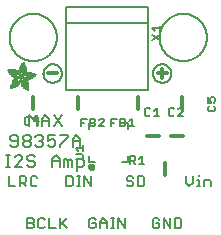
<source format=gbr>
G04 EAGLE Gerber RS-274X export*
G75*
%MOMM*%
%FSLAX34Y34*%
%LPD*%
%INSilkscreen Top*%
%IPPOS*%
%AMOC8*
5,1,8,0,0,1.08239X$1,22.5*%
G01*
%ADD10C,0.152400*%
%ADD11C,0.177800*%
%ADD12C,0.127000*%
%ADD13C,0.304800*%
%ADD14C,0.203200*%
%ADD15R,0.034300X0.003800*%
%ADD16R,0.057200X0.003800*%
%ADD17R,0.076200X0.003800*%
%ADD18R,0.091400X0.003800*%
%ADD19R,0.102900X0.003800*%
%ADD20R,0.114300X0.003900*%
%ADD21R,0.129500X0.003800*%
%ADD22R,0.137200X0.003800*%
%ADD23R,0.144800X0.003800*%
%ADD24R,0.152400X0.003800*%
%ADD25R,0.160000X0.003800*%
%ADD26R,0.171500X0.003800*%
%ADD27R,0.175300X0.003800*%
%ADD28R,0.182900X0.003800*%
%ADD29R,0.190500X0.003800*%
%ADD30R,0.194300X0.003900*%
%ADD31R,0.201900X0.003800*%
%ADD32R,0.209500X0.003800*%
%ADD33R,0.213400X0.003800*%
%ADD34R,0.221000X0.003800*%
%ADD35R,0.224800X0.003800*%
%ADD36R,0.232400X0.003800*%
%ADD37R,0.240000X0.003800*%
%ADD38R,0.243800X0.003800*%
%ADD39R,0.247600X0.003800*%
%ADD40R,0.255300X0.003900*%
%ADD41R,0.259100X0.003800*%
%ADD42R,0.262900X0.003800*%
%ADD43R,0.270500X0.003800*%
%ADD44R,0.274300X0.003800*%
%ADD45R,0.281900X0.003800*%
%ADD46R,0.285700X0.003800*%
%ADD47R,0.289500X0.003800*%
%ADD48R,0.297200X0.003800*%
%ADD49R,0.301000X0.003800*%
%ADD50R,0.304800X0.003900*%
%ADD51R,0.312400X0.003800*%
%ADD52R,0.316200X0.003800*%
%ADD53R,0.320000X0.003800*%
%ADD54R,0.327600X0.003800*%
%ADD55R,0.331500X0.003800*%
%ADD56R,0.339100X0.003800*%
%ADD57R,0.342900X0.003800*%
%ADD58R,0.346700X0.003800*%
%ADD59R,0.354300X0.003800*%
%ADD60R,0.358100X0.003900*%
%ADD61R,0.361900X0.003800*%
%ADD62R,0.369600X0.003800*%
%ADD63R,0.373400X0.003800*%
%ADD64R,0.377200X0.003800*%
%ADD65R,0.384800X0.003800*%
%ADD66R,0.388600X0.003800*%
%ADD67R,0.396200X0.003800*%
%ADD68R,0.400000X0.003800*%
%ADD69R,0.403800X0.003800*%
%ADD70R,0.411500X0.003900*%
%ADD71R,0.415300X0.003800*%
%ADD72R,0.419100X0.003800*%
%ADD73R,0.045700X0.003800*%
%ADD74R,0.426700X0.003800*%
%ADD75R,0.072400X0.003800*%
%ADD76R,0.430500X0.003800*%
%ADD77R,0.095300X0.003800*%
%ADD78R,0.438100X0.003800*%
%ADD79R,0.110500X0.003800*%
%ADD80R,0.441900X0.003800*%
%ADD81R,0.445800X0.003800*%
%ADD82R,0.144700X0.003800*%
%ADD83R,0.453400X0.003800*%
%ADD84R,0.457200X0.003800*%
%ADD85R,0.175300X0.003900*%
%ADD86R,0.461000X0.003900*%
%ADD87R,0.468600X0.003800*%
%ADD88R,0.205800X0.003800*%
%ADD89R,0.472400X0.003800*%
%ADD90R,0.217200X0.003800*%
%ADD91R,0.476200X0.003800*%
%ADD92R,0.483900X0.003800*%
%ADD93R,0.247700X0.003800*%
%ADD94R,0.487700X0.003800*%
%ADD95R,0.495300X0.003800*%
%ADD96R,0.499100X0.003800*%
%ADD97R,0.502900X0.003800*%
%ADD98R,0.510500X0.003800*%
%ADD99R,0.308600X0.003900*%
%ADD100R,0.514300X0.003900*%
%ADD101R,0.323800X0.003800*%
%ADD102R,0.518100X0.003800*%
%ADD103R,0.335300X0.003800*%
%ADD104R,0.525800X0.003800*%
%ADD105R,0.529600X0.003800*%
%ADD106R,0.358100X0.003800*%
%ADD107R,0.533400X0.003800*%
%ADD108R,0.537200X0.003800*%
%ADD109R,0.381000X0.003800*%
%ADD110R,0.544800X0.003800*%
%ADD111R,0.392400X0.003800*%
%ADD112R,0.548600X0.003800*%
%ADD113R,0.552400X0.003800*%
%ADD114R,0.556200X0.003800*%
%ADD115R,0.422900X0.003900*%
%ADD116R,0.560100X0.003900*%
%ADD117R,0.434300X0.003800*%
%ADD118R,0.563900X0.003800*%
%ADD119R,0.567700X0.003800*%
%ADD120R,0.461000X0.003800*%
%ADD121R,0.571500X0.003800*%
%ADD122R,0.575300X0.003800*%
%ADD123R,0.480100X0.003800*%
%ADD124R,0.579100X0.003800*%
%ADD125R,0.491500X0.003800*%
%ADD126R,0.582900X0.003800*%
%ADD127R,0.586700X0.003800*%
%ADD128R,0.510600X0.003800*%
%ADD129R,0.590500X0.003800*%
%ADD130R,0.522000X0.003800*%
%ADD131R,0.594300X0.003800*%
%ADD132R,0.533400X0.003900*%
%ADD133R,0.598200X0.003900*%
%ADD134R,0.541000X0.003800*%
%ADD135R,0.602000X0.003800*%
%ADD136R,0.552500X0.003800*%
%ADD137R,0.605800X0.003800*%
%ADD138R,0.560100X0.003800*%
%ADD139R,0.609600X0.003800*%
%ADD140R,0.613400X0.003800*%
%ADD141R,0.583000X0.003800*%
%ADD142R,0.617200X0.003800*%
%ADD143R,0.594400X0.003800*%
%ADD144R,0.621000X0.003800*%
%ADD145R,0.598200X0.003800*%
%ADD146R,0.624800X0.003800*%
%ADD147R,0.613500X0.003900*%
%ADD148R,0.628600X0.003900*%
%ADD149R,0.632400X0.003800*%
%ADD150R,0.628600X0.003800*%
%ADD151R,0.636300X0.003800*%
%ADD152R,0.640100X0.003800*%
%ADD153R,0.636200X0.003800*%
%ADD154R,0.643900X0.003800*%
%ADD155R,0.647700X0.003800*%
%ADD156R,0.651500X0.003800*%
%ADD157R,0.659100X0.003800*%
%ADD158R,0.659100X0.003900*%
%ADD159R,0.655300X0.003900*%
%ADD160R,0.662900X0.003800*%
%ADD161R,0.655300X0.003800*%
%ADD162R,0.670500X0.003800*%
%ADD163R,0.670600X0.003800*%
%ADD164R,0.674400X0.003800*%
%ADD165R,0.682000X0.003800*%
%ADD166R,0.666700X0.003800*%
%ADD167R,0.685800X0.003800*%
%ADD168R,0.689600X0.003800*%
%ADD169R,0.693400X0.003900*%
%ADD170R,0.674400X0.003900*%
%ADD171R,0.697200X0.003800*%
%ADD172R,0.678200X0.003800*%
%ADD173R,0.697300X0.003800*%
%ADD174R,0.701100X0.003800*%
%ADD175R,0.704900X0.003800*%
%ADD176R,0.708700X0.003800*%
%ADD177R,0.712500X0.003800*%
%ADD178R,0.716300X0.003800*%
%ADD179R,0.720100X0.003900*%
%ADD180R,0.689600X0.003900*%
%ADD181R,0.720000X0.003800*%
%ADD182R,0.693400X0.003800*%
%ADD183R,0.723900X0.003800*%
%ADD184R,0.727700X0.003800*%
%ADD185R,0.731500X0.003800*%
%ADD186R,0.701000X0.003800*%
%ADD187R,0.735300X0.003800*%
%ADD188R,0.731500X0.003900*%
%ADD189R,0.701000X0.003900*%
%ADD190R,0.704800X0.003800*%
%ADD191R,0.739100X0.003800*%
%ADD192R,0.743000X0.003800*%
%ADD193R,0.739200X0.003800*%
%ADD194R,0.743000X0.003900*%
%ADD195R,0.704800X0.003900*%
%ADD196R,0.746800X0.003800*%
%ADD197R,0.746800X0.003900*%
%ADD198R,0.742900X0.003800*%
%ADD199R,0.746700X0.003800*%
%ADD200R,0.746700X0.003900*%
%ADD201R,1.428800X0.003800*%
%ADD202R,1.424900X0.003800*%
%ADD203R,1.421100X0.003900*%
%ADD204R,1.421100X0.003800*%
%ADD205R,1.417300X0.003800*%
%ADD206R,1.413500X0.003800*%
%ADD207R,1.409700X0.003800*%
%ADD208R,1.405900X0.003800*%
%ADD209R,1.402100X0.003800*%
%ADD210R,1.398300X0.003800*%
%ADD211R,0.983000X0.003900*%
%ADD212R,0.384800X0.003900*%
%ADD213R,0.971600X0.003800*%
%ADD214R,0.963900X0.003800*%
%ADD215R,0.956300X0.003800*%
%ADD216R,0.365800X0.003800*%
%ADD217R,0.952500X0.003800*%
%ADD218R,0.941000X0.003800*%
%ADD219R,0.358200X0.003800*%
%ADD220R,0.937200X0.003800*%
%ADD221R,0.933400X0.003800*%
%ADD222R,0.354400X0.003800*%
%ADD223R,0.925800X0.003800*%
%ADD224R,0.350500X0.003800*%
%ADD225R,0.922000X0.003800*%
%ADD226R,0.918200X0.003900*%
%ADD227R,0.346700X0.003900*%
%ADD228R,0.910600X0.003800*%
%ADD229R,0.906800X0.003800*%
%ADD230R,0.903000X0.003800*%
%ADD231R,0.339000X0.003800*%
%ADD232R,0.895300X0.003800*%
%ADD233R,0.335200X0.003800*%
%ADD234R,0.887700X0.003800*%
%ADD235R,0.883900X0.003800*%
%ADD236R,0.331400X0.003800*%
%ADD237R,0.880100X0.003800*%
%ADD238R,0.876300X0.003800*%
%ADD239R,0.468600X0.003900*%
%ADD240R,0.396200X0.003900*%
%ADD241R,0.323800X0.003900*%
%ADD242R,0.449600X0.003800*%
%ADD243R,0.323900X0.003800*%
%ADD244R,0.442000X0.003800*%
%ADD245R,0.434400X0.003800*%
%ADD246R,0.320100X0.003800*%
%ADD247R,0.316300X0.003800*%
%ADD248R,0.426800X0.003800*%
%ADD249R,0.327700X0.003800*%
%ADD250R,0.312500X0.003800*%
%ADD251R,0.422900X0.003800*%
%ADD252R,0.308600X0.003800*%
%ADD253R,0.293400X0.003800*%
%ADD254R,0.304800X0.003800*%
%ADD255R,0.419100X0.003900*%
%ADD256R,0.285700X0.003900*%
%ADD257R,0.301000X0.003900*%
%ADD258R,0.411500X0.003800*%
%ADD259R,0.407700X0.003800*%
%ADD260R,0.289600X0.003800*%
%ADD261R,0.285800X0.003800*%
%ADD262R,0.403900X0.003800*%
%ADD263R,0.228600X0.003800*%
%ADD264R,0.403900X0.003900*%
%ADD265R,0.221000X0.003900*%
%ADD266R,0.278100X0.003900*%
%ADD267R,0.400100X0.003800*%
%ADD268R,0.209600X0.003800*%
%ADD269R,0.266700X0.003800*%
%ADD270R,0.038100X0.003800*%
%ADD271R,0.194300X0.003800*%
%ADD272R,0.148600X0.003800*%
%ADD273R,0.259000X0.003800*%
%ADD274R,0.182800X0.003800*%
%ADD275R,0.186700X0.003800*%
%ADD276R,0.251400X0.003800*%
%ADD277R,0.179100X0.003800*%
%ADD278R,0.236200X0.003800*%
%ADD279R,0.243900X0.003900*%
%ADD280R,0.282000X0.003900*%
%ADD281R,0.167700X0.003800*%
%ADD282R,0.236300X0.003800*%
%ADD283R,0.396300X0.003800*%
%ADD284R,0.163900X0.003800*%
%ADD285R,0.392500X0.003800*%
%ADD286R,0.160100X0.003800*%
%ADD287R,0.586800X0.003800*%
%ADD288R,0.148500X0.003800*%
%ADD289R,0.140900X0.003800*%
%ADD290R,0.392400X0.003900*%
%ADD291R,0.140900X0.003900*%
%ADD292R,0.647700X0.003900*%
%ADD293R,0.133300X0.003800*%
%ADD294R,0.674300X0.003800*%
%ADD295R,0.388700X0.003800*%
%ADD296R,0.125700X0.003800*%
%ADD297R,0.121900X0.003800*%
%ADD298R,0.720100X0.003800*%
%ADD299R,0.118100X0.003800*%
%ADD300R,0.118100X0.003900*%
%ADD301R,0.739100X0.003900*%
%ADD302R,0.114300X0.003800*%
%ADD303R,0.754400X0.003800*%
%ADD304R,0.765800X0.003800*%
%ADD305R,0.773400X0.003800*%
%ADD306R,0.784800X0.003800*%
%ADD307R,0.118200X0.003800*%
%ADD308R,0.792500X0.003800*%
%ADD309R,0.803900X0.003800*%
%ADD310R,0.122000X0.003800*%
%ADD311R,0.815400X0.003800*%
%ADD312R,0.125800X0.003800*%
%ADD313R,0.826800X0.003800*%
%ADD314R,0.369500X0.003900*%
%ADD315R,0.133400X0.003900*%
%ADD316R,0.842000X0.003900*%
%ADD317R,0.365700X0.003800*%
%ADD318R,1.009700X0.003800*%
%ADD319R,1.013500X0.003800*%
%ADD320R,0.362000X0.003800*%
%ADD321R,1.024900X0.003800*%
%ADD322R,1.028700X0.003800*%
%ADD323R,1.036300X0.003800*%
%ADD324R,1.047800X0.003800*%
%ADD325R,1.055400X0.003800*%
%ADD326R,1.070600X0.003800*%
%ADD327R,0.030500X0.003800*%
%ADD328R,1.436400X0.003800*%
%ADD329R,1.562100X0.003900*%
%ADD330R,1.588700X0.003800*%
%ADD331R,1.607800X0.003800*%
%ADD332R,1.626900X0.003800*%
%ADD333R,1.642100X0.003800*%
%ADD334R,1.657400X0.003800*%
%ADD335R,1.676400X0.003800*%
%ADD336R,1.687800X0.003800*%
%ADD337R,1.703000X0.003800*%
%ADD338R,1.714500X0.003800*%
%ADD339R,1.726000X0.003900*%
%ADD340R,1.741200X0.003800*%
%ADD341R,0.914400X0.003800*%
%ADD342R,0.769600X0.003800*%
%ADD343R,0.884000X0.003800*%
%ADD344R,0.712400X0.003800*%
%ADD345R,0.880100X0.003900*%
%ADD346R,0.887800X0.003800*%
%ADD347R,0.891600X0.003800*%
%ADD348R,0.895400X0.003800*%
%ADD349R,0.251500X0.003800*%
%ADD350R,0.579200X0.003900*%
%ADD351R,0.243900X0.003800*%
%ADD352R,0.556300X0.003800*%
%ADD353R,0.255200X0.003800*%
%ADD354R,0.529500X0.003800*%
%ADD355R,0.731600X0.003800*%
%ADD356R,0.525800X0.003900*%
%ADD357R,0.281900X0.003900*%
%ADD358R,0.735400X0.003900*%
%ADD359R,0.300900X0.003800*%
%ADD360R,0.762000X0.003800*%
%ADD361R,0.518200X0.003800*%
%ADD362R,0.350600X0.003800*%
%ADD363R,0.796300X0.003800*%
%ADD364R,0.807800X0.003800*%
%ADD365R,0.506700X0.003800*%
%ADD366R,0.849600X0.003800*%
%ADD367R,0.506700X0.003900*%
%ADD368R,1.371600X0.003900*%
%ADD369R,1.207800X0.003800*%
%ADD370R,0.503000X0.003800*%
%ADD371R,0.141000X0.003800*%
%ADD372R,1.203900X0.003800*%
%ADD373R,1.204000X0.003800*%
%ADD374R,1.200200X0.003800*%
%ADD375R,0.499100X0.003900*%
%ADD376R,0.156200X0.003900*%
%ADD377R,1.196400X0.003900*%
%ADD378R,1.196400X0.003800*%
%ADD379R,0.163800X0.003800*%
%ADD380R,0.167600X0.003800*%
%ADD381R,1.192500X0.003800*%
%ADD382R,0.499200X0.003800*%
%ADD383R,1.188700X0.003800*%
%ADD384R,0.506800X0.003800*%
%ADD385R,1.184900X0.003800*%
%ADD386R,0.510600X0.003900*%
%ADD387R,0.209600X0.003900*%
%ADD388R,1.181100X0.003900*%
%ADD389R,0.514400X0.003800*%
%ADD390R,1.181100X0.003800*%
%ADD391R,1.177300X0.003800*%
%ADD392R,0.240100X0.003800*%
%ADD393R,1.173500X0.003800*%
%ADD394R,1.169700X0.003800*%
%ADD395R,1.165900X0.003800*%
%ADD396R,1.162100X0.003800*%
%ADD397R,0.929700X0.003900*%
%ADD398R,1.162100X0.003900*%
%ADD399R,0.929700X0.003800*%
%ADD400R,1.154500X0.003800*%
%ADD401R,0.933500X0.003800*%
%ADD402R,1.150600X0.003800*%
%ADD403R,0.937300X0.003800*%
%ADD404R,1.146800X0.003800*%
%ADD405R,0.941100X0.003800*%
%ADD406R,1.139200X0.003800*%
%ADD407R,0.944900X0.003800*%
%ADD408R,1.135400X0.003800*%
%ADD409R,0.948700X0.003800*%
%ADD410R,1.127800X0.003800*%
%ADD411R,1.124000X0.003800*%
%ADD412R,1.116400X0.003800*%
%ADD413R,0.956300X0.003900*%
%ADD414R,1.104900X0.003900*%
%ADD415R,0.960100X0.003800*%
%ADD416R,1.093500X0.003800*%
%ADD417R,1.085900X0.003800*%
%ADD418R,0.967800X0.003800*%
%ADD419R,1.074500X0.003800*%
%ADD420R,1.063000X0.003800*%
%ADD421R,0.975400X0.003800*%
%ADD422R,1.036400X0.003800*%
%ADD423R,0.979200X0.003800*%
%ADD424R,1.021000X0.003800*%
%ADD425R,0.983000X0.003800*%
%ADD426R,1.009600X0.003800*%
%ADD427R,0.986800X0.003800*%
%ADD428R,0.998200X0.003800*%
%ADD429R,0.990600X0.003900*%
%ADD430R,0.986700X0.003900*%
%ADD431R,0.994400X0.003800*%
%ADD432R,0.975300X0.003800*%
%ADD433R,0.948600X0.003800*%
%ADD434R,1.002000X0.003800*%
%ADD435R,0.213300X0.003800*%
%ADD436R,0.217100X0.003800*%
%ADD437R,1.017300X0.003800*%
%ADD438R,0.666800X0.003800*%
%ADD439R,0.220900X0.003800*%
%ADD440R,1.028700X0.003900*%
%ADD441R,0.224700X0.003900*%
%ADD442R,1.032500X0.003800*%
%ADD443R,1.040100X0.003800*%
%ADD444R,1.043900X0.003800*%
%ADD445R,0.548700X0.003800*%
%ADD446R,1.051500X0.003800*%
%ADD447R,1.055300X0.003800*%
%ADD448R,1.059100X0.003800*%
%ADD449R,1.062900X0.003800*%
%ADD450R,0.255300X0.003800*%
%ADD451R,1.066800X0.003900*%
%ADD452R,0.259100X0.003900*%
%ADD453R,0.457200X0.003900*%
%ADD454R,0.423000X0.003800*%
%ADD455R,1.082100X0.003800*%
%ADD456R,0.274400X0.003800*%
%ADD457R,0.278200X0.003800*%
%ADD458R,1.101100X0.003800*%
%ADD459R,0.278100X0.003800*%
%ADD460R,0.876300X0.003900*%
%ADD461R,0.236200X0.003900*%
%ADD462R,0.289600X0.003900*%
%ADD463R,0.247700X0.003900*%
%ADD464R,0.049500X0.003800*%
%ADD465R,0.640100X0.003900*%
%ADD466R,0.659200X0.003800*%
%ADD467R,0.663000X0.003800*%
%ADD468R,0.872500X0.003900*%
%ADD469R,0.666800X0.003900*%
%ADD470R,0.872500X0.003800*%
%ADD471R,0.868700X0.003800*%
%ADD472R,0.864900X0.003800*%
%ADD473R,0.861100X0.003800*%
%ADD474R,0.857300X0.003800*%
%ADD475R,0.853400X0.003800*%
%ADD476R,0.845800X0.003800*%
%ADD477R,0.682000X0.003900*%
%ADD478R,0.842000X0.003800*%
%ADD479R,0.834400X0.003800*%
%ADD480R,0.823000X0.003800*%
%ADD481R,0.815300X0.003800*%
%ADD482R,0.811500X0.003800*%
%ADD483R,0.788700X0.003800*%
%ADD484R,0.777300X0.003900*%
%ADD485R,0.750600X0.003800*%
%ADD486R,0.735400X0.003800*%
%ADD487R,0.727800X0.003800*%
%ADD488R,0.628700X0.003800*%
%ADD489R,0.575400X0.003800*%
%ADD490R,0.670600X0.003900*%
%ADD491R,0.655400X0.003800*%
%ADD492R,0.651500X0.003900*%
%ADD493R,0.624800X0.003900*%
%ADD494R,0.594400X0.003900*%
%ADD495R,0.563900X0.003900*%
%ADD496R,0.541100X0.003800*%
%ADD497R,0.537300X0.003800*%
%ADD498R,0.525700X0.003800*%
%ADD499R,0.525700X0.003900*%
%ADD500R,0.514300X0.003800*%
%ADD501R,0.480100X0.003900*%
%ADD502R,0.464800X0.003800*%
%ADD503R,0.442000X0.003900*%
%ADD504R,0.438200X0.003800*%
%ADD505R,0.430600X0.003800*%
%ADD506R,0.407600X0.003800*%
%ADD507R,0.403800X0.003900*%
%ADD508R,0.365700X0.003900*%
%ADD509R,0.327700X0.003900*%
%ADD510R,0.243800X0.003900*%
%ADD511R,0.205800X0.003900*%
%ADD512R,0.198100X0.003800*%
%ADD513R,0.163800X0.003900*%
%ADD514R,0.137100X0.003800*%
%ADD515R,0.091500X0.003900*%
%ADD516R,0.060900X0.003800*%


D10*
X4509Y47505D02*
X4509Y38862D01*
X10271Y38862D01*
X13864Y38862D02*
X13864Y47505D01*
X18186Y47505D01*
X19627Y46065D01*
X19627Y43184D01*
X18186Y41743D01*
X13864Y41743D01*
X16746Y41743D02*
X19627Y38862D01*
X27541Y47505D02*
X28982Y46065D01*
X27541Y47505D02*
X24660Y47505D01*
X23220Y46065D01*
X23220Y40303D01*
X24660Y38862D01*
X27541Y38862D01*
X28982Y40303D01*
X20152Y11945D02*
X20152Y3302D01*
X20152Y11945D02*
X24473Y11945D01*
X25914Y10505D01*
X25914Y9064D01*
X24473Y7624D01*
X25914Y6183D01*
X25914Y4743D01*
X24473Y3302D01*
X20152Y3302D01*
X20152Y7624D02*
X24473Y7624D01*
X33829Y11945D02*
X35269Y10505D01*
X33829Y11945D02*
X30947Y11945D01*
X29507Y10505D01*
X29507Y4743D01*
X30947Y3302D01*
X33829Y3302D01*
X35269Y4743D01*
X38862Y3302D02*
X38862Y11945D01*
X38862Y3302D02*
X44624Y3302D01*
X48217Y3302D02*
X48217Y11945D01*
X48217Y6183D02*
X53979Y11945D01*
X49658Y7624D02*
X53979Y3302D01*
X53058Y38862D02*
X53058Y47505D01*
X53058Y38862D02*
X57380Y38862D01*
X58821Y40303D01*
X58821Y46065D01*
X57380Y47505D01*
X53058Y47505D01*
X62414Y38862D02*
X65295Y38862D01*
X63854Y38862D02*
X63854Y47505D01*
X62414Y47505D02*
X65295Y47505D01*
X68650Y47505D02*
X68650Y38862D01*
X74413Y38862D02*
X68650Y47505D01*
X74413Y47505D02*
X74413Y38862D01*
X76833Y11945D02*
X78273Y10505D01*
X76833Y11945D02*
X73951Y11945D01*
X72511Y10505D01*
X72511Y4743D01*
X73951Y3302D01*
X76833Y3302D01*
X78273Y4743D01*
X78273Y7624D01*
X75392Y7624D01*
X81866Y9064D02*
X81866Y3302D01*
X81866Y9064D02*
X84747Y11945D01*
X87628Y9064D01*
X87628Y3302D01*
X87628Y7624D02*
X81866Y7624D01*
X91221Y3302D02*
X94102Y3302D01*
X92662Y3302D02*
X92662Y11945D01*
X94102Y11945D02*
X91221Y11945D01*
X97458Y11945D02*
X97458Y3302D01*
X103220Y3302D02*
X97458Y11945D01*
X103220Y11945D02*
X103220Y3302D01*
X110199Y46065D02*
X108759Y47505D01*
X105877Y47505D01*
X104437Y46065D01*
X104437Y44624D01*
X105877Y43184D01*
X108759Y43184D01*
X110199Y41743D01*
X110199Y40303D01*
X108759Y38862D01*
X105877Y38862D01*
X104437Y40303D01*
X113792Y38862D02*
X113792Y47505D01*
X113792Y38862D02*
X118114Y38862D01*
X119554Y40303D01*
X119554Y46065D01*
X118114Y47505D01*
X113792Y47505D01*
X154658Y47505D02*
X154658Y41743D01*
X157540Y38862D01*
X160421Y41743D01*
X160421Y47505D01*
X164014Y44624D02*
X165454Y44624D01*
X165454Y38862D01*
X164014Y38862D02*
X166895Y38862D01*
X165454Y47505D02*
X165454Y48946D01*
X170250Y44624D02*
X170250Y38862D01*
X170250Y44624D02*
X174572Y44624D01*
X176013Y43184D01*
X176013Y38862D01*
X132191Y10505D02*
X130751Y11945D01*
X127870Y11945D01*
X126429Y10505D01*
X126429Y4743D01*
X127870Y3302D01*
X130751Y3302D01*
X132191Y4743D01*
X132191Y7624D01*
X129310Y7624D01*
X135784Y11945D02*
X135784Y3302D01*
X141547Y3302D02*
X135784Y11945D01*
X141547Y11945D02*
X141547Y3302D01*
X145140Y3302D02*
X145140Y11945D01*
X145140Y3302D02*
X149461Y3302D01*
X150902Y4743D01*
X150902Y10505D01*
X149461Y11945D01*
X145140Y11945D01*
D11*
X21932Y89789D02*
X21932Y99449D01*
X25152Y96229D01*
X28372Y99449D01*
X28372Y89789D01*
X32457Y89789D02*
X32457Y96229D01*
X35677Y99449D01*
X38897Y96229D01*
X38897Y89789D01*
X38897Y94619D02*
X32457Y94619D01*
X42981Y99449D02*
X49421Y89789D01*
X42981Y89789D02*
X49421Y99449D01*
X7755Y72644D02*
X6145Y74254D01*
X7755Y72644D02*
X10975Y72644D01*
X12585Y74254D01*
X12585Y80694D01*
X10975Y82304D01*
X7755Y82304D01*
X6145Y80694D01*
X6145Y79084D01*
X7755Y77474D01*
X12585Y77474D01*
X16670Y80694D02*
X18280Y82304D01*
X21500Y82304D01*
X23110Y80694D01*
X23110Y79084D01*
X21500Y77474D01*
X23110Y75864D01*
X23110Y74254D01*
X21500Y72644D01*
X18280Y72644D01*
X16670Y74254D01*
X16670Y75864D01*
X18280Y77474D01*
X16670Y79084D01*
X16670Y80694D01*
X18280Y77474D02*
X21500Y77474D01*
X27194Y80694D02*
X28804Y82304D01*
X32025Y82304D01*
X33635Y80694D01*
X33635Y79084D01*
X32025Y77474D01*
X30414Y77474D01*
X32025Y77474D02*
X33635Y75864D01*
X33635Y74254D01*
X32025Y72644D01*
X28804Y72644D01*
X27194Y74254D01*
X37719Y82304D02*
X44159Y82304D01*
X37719Y82304D02*
X37719Y77474D01*
X40939Y79084D01*
X42549Y79084D01*
X44159Y77474D01*
X44159Y74254D01*
X42549Y72644D01*
X39329Y72644D01*
X37719Y74254D01*
X48244Y82304D02*
X54684Y82304D01*
X54684Y80694D01*
X48244Y74254D01*
X48244Y72644D01*
X58768Y72644D02*
X58768Y79084D01*
X61988Y82304D01*
X65208Y79084D01*
X65208Y72644D01*
X65208Y77474D02*
X58768Y77474D01*
X5857Y55499D02*
X2637Y55499D01*
X4247Y55499D02*
X4247Y65159D01*
X2637Y65159D02*
X5857Y65159D01*
X9653Y55499D02*
X16094Y55499D01*
X16094Y61939D02*
X9653Y55499D01*
X16094Y61939D02*
X16094Y63549D01*
X14484Y65159D01*
X11263Y65159D01*
X9653Y63549D01*
X25008Y65159D02*
X26618Y63549D01*
X25008Y65159D02*
X21788Y65159D01*
X20178Y63549D01*
X20178Y61939D01*
X21788Y60329D01*
X25008Y60329D01*
X26618Y58719D01*
X26618Y57109D01*
X25008Y55499D01*
X21788Y55499D01*
X20178Y57109D01*
X41227Y55499D02*
X41227Y61939D01*
X44447Y65159D01*
X47667Y61939D01*
X47667Y55499D01*
X47667Y60329D02*
X41227Y60329D01*
X51752Y61939D02*
X51752Y55499D01*
X51752Y61939D02*
X53362Y61939D01*
X54972Y60329D01*
X54972Y55499D01*
X54972Y60329D02*
X56582Y61939D01*
X58192Y60329D01*
X58192Y55499D01*
X62276Y52279D02*
X62276Y61939D01*
X67106Y61939D01*
X68717Y60329D01*
X68717Y57109D01*
X67106Y55499D01*
X62276Y55499D01*
D12*
X72400Y59700D02*
X72400Y64650D01*
X72400Y59700D02*
X77350Y59700D01*
X72400Y87750D02*
X72400Y92700D01*
X77350Y92700D01*
X100450Y59700D02*
X105400Y59700D01*
X105400Y64650D01*
X105400Y92700D02*
X100450Y92700D01*
X105400Y92700D02*
X105400Y87750D01*
D13*
X73486Y55200D02*
X73488Y55275D01*
X73494Y55349D01*
X73504Y55423D01*
X73517Y55496D01*
X73535Y55569D01*
X73556Y55640D01*
X73581Y55711D01*
X73610Y55780D01*
X73643Y55847D01*
X73679Y55912D01*
X73718Y55976D01*
X73760Y56037D01*
X73806Y56096D01*
X73855Y56153D01*
X73907Y56206D01*
X73961Y56257D01*
X74018Y56306D01*
X74078Y56350D01*
X74140Y56392D01*
X74204Y56431D01*
X74270Y56466D01*
X74337Y56497D01*
X74407Y56525D01*
X74477Y56549D01*
X74549Y56570D01*
X74622Y56586D01*
X74695Y56599D01*
X74770Y56608D01*
X74844Y56613D01*
X74919Y56614D01*
X74993Y56611D01*
X75068Y56604D01*
X75141Y56593D01*
X75215Y56579D01*
X75287Y56560D01*
X75358Y56538D01*
X75428Y56512D01*
X75497Y56482D01*
X75563Y56449D01*
X75628Y56412D01*
X75691Y56372D01*
X75752Y56328D01*
X75810Y56282D01*
X75866Y56232D01*
X75919Y56180D01*
X75970Y56125D01*
X76017Y56067D01*
X76061Y56007D01*
X76102Y55944D01*
X76140Y55880D01*
X76174Y55814D01*
X76205Y55745D01*
X76232Y55676D01*
X76255Y55605D01*
X76274Y55533D01*
X76290Y55460D01*
X76302Y55386D01*
X76310Y55312D01*
X76314Y55237D01*
X76314Y55163D01*
X76310Y55088D01*
X76302Y55014D01*
X76290Y54940D01*
X76274Y54867D01*
X76255Y54795D01*
X76232Y54724D01*
X76205Y54655D01*
X76174Y54586D01*
X76140Y54520D01*
X76102Y54456D01*
X76061Y54393D01*
X76017Y54333D01*
X75970Y54275D01*
X75919Y54220D01*
X75866Y54168D01*
X75810Y54118D01*
X75752Y54072D01*
X75691Y54028D01*
X75628Y53988D01*
X75563Y53951D01*
X75497Y53918D01*
X75428Y53888D01*
X75358Y53862D01*
X75287Y53840D01*
X75215Y53821D01*
X75141Y53807D01*
X75068Y53796D01*
X74993Y53789D01*
X74919Y53786D01*
X74844Y53787D01*
X74770Y53792D01*
X74695Y53801D01*
X74622Y53814D01*
X74549Y53830D01*
X74477Y53851D01*
X74407Y53875D01*
X74337Y53903D01*
X74270Y53934D01*
X74204Y53969D01*
X74140Y54008D01*
X74078Y54050D01*
X74018Y54094D01*
X73961Y54143D01*
X73907Y54194D01*
X73855Y54247D01*
X73806Y54304D01*
X73760Y54363D01*
X73718Y54424D01*
X73679Y54488D01*
X73643Y54553D01*
X73610Y54620D01*
X73581Y54689D01*
X73556Y54760D01*
X73535Y54831D01*
X73517Y54904D01*
X73504Y54977D01*
X73494Y55051D01*
X73488Y55125D01*
X73486Y55200D01*
D10*
X66716Y61722D02*
X61208Y61722D01*
X66716Y61722D02*
X67818Y62824D01*
X67818Y65027D01*
X66716Y66128D01*
X61208Y66128D01*
X63412Y69206D02*
X61208Y71409D01*
X67818Y71409D01*
X67818Y69206D02*
X67818Y73613D01*
D13*
X137160Y58420D02*
X137160Y48260D01*
D10*
X107442Y57912D02*
X107442Y64522D01*
X110747Y64522D01*
X111848Y63420D01*
X111848Y61217D01*
X110747Y60115D01*
X107442Y60115D01*
X109645Y60115D02*
X111848Y57912D01*
X114926Y62318D02*
X117129Y64522D01*
X117129Y57912D01*
X114926Y57912D02*
X119333Y57912D01*
D13*
X121920Y81280D02*
X132080Y81280D01*
D10*
X124548Y104060D02*
X123447Y105162D01*
X121244Y105162D01*
X120142Y104060D01*
X120142Y99654D01*
X121244Y98552D01*
X123447Y98552D01*
X124548Y99654D01*
X127626Y102958D02*
X129829Y105162D01*
X129829Y98552D01*
X127626Y98552D02*
X132033Y98552D01*
D13*
X142240Y81280D02*
X152400Y81280D01*
D10*
X144868Y104060D02*
X143767Y105162D01*
X141564Y105162D01*
X140462Y104060D01*
X140462Y99654D01*
X141564Y98552D01*
X143767Y98552D01*
X144868Y99654D01*
X147946Y98552D02*
X152353Y98552D01*
X152353Y102958D02*
X147946Y98552D01*
X152353Y102958D02*
X152353Y104060D01*
X151251Y105162D01*
X149048Y105162D01*
X147946Y104060D01*
D13*
X114300Y104140D02*
X114300Y114300D01*
D10*
X91567Y96272D02*
X91567Y89662D01*
X91567Y96272D02*
X95973Y96272D01*
X93770Y92967D02*
X91567Y92967D01*
X99051Y89662D02*
X99051Y96272D01*
X102356Y96272D01*
X103458Y95170D01*
X103458Y94068D01*
X102356Y92967D01*
X103458Y91865D01*
X103458Y90764D01*
X102356Y89662D01*
X99051Y89662D01*
X99051Y92967D02*
X102356Y92967D01*
X106535Y94068D02*
X108739Y96272D01*
X108739Y89662D01*
X110942Y89662D02*
X106535Y89662D01*
D13*
X63500Y104140D02*
X63500Y114300D01*
D10*
X66167Y96272D02*
X66167Y89662D01*
X66167Y96272D02*
X70573Y96272D01*
X68370Y92967D02*
X66167Y92967D01*
X73651Y89662D02*
X73651Y96272D01*
X76956Y96272D01*
X78058Y95170D01*
X78058Y94068D01*
X76956Y92967D01*
X78058Y91865D01*
X78058Y90764D01*
X76956Y89662D01*
X73651Y89662D01*
X73651Y92967D02*
X76956Y92967D01*
X81135Y89662D02*
X85542Y89662D01*
X85542Y94068D02*
X81135Y89662D01*
X85542Y94068D02*
X85542Y95170D01*
X84440Y96272D01*
X82237Y96272D01*
X81135Y95170D01*
D13*
X25400Y104140D02*
X25400Y114300D01*
D10*
X21847Y97542D02*
X22948Y96440D01*
X21847Y97542D02*
X19644Y97542D01*
X18542Y96440D01*
X18542Y92034D01*
X19644Y90932D01*
X21847Y90932D01*
X22948Y92034D01*
X29331Y90932D02*
X29331Y97542D01*
X26026Y94237D01*
X30433Y94237D01*
D13*
X151130Y104140D02*
X151130Y114300D01*
D10*
X172968Y105667D02*
X174070Y106768D01*
X172968Y105667D02*
X172968Y103464D01*
X174070Y102362D01*
X178476Y102362D01*
X179578Y103464D01*
X179578Y105667D01*
X178476Y106768D01*
X172968Y109846D02*
X172968Y114253D01*
X172968Y109846D02*
X176273Y109846D01*
X175172Y112049D01*
X175172Y113151D01*
X176273Y114253D01*
X178476Y114253D01*
X179578Y113151D01*
X179578Y110948D01*
X178476Y109846D01*
D14*
X122900Y120940D02*
X122900Y176940D01*
X122900Y190940D01*
X52900Y190940D01*
X52900Y176940D01*
X52900Y120940D01*
X122900Y120940D01*
X122900Y176940D02*
X52900Y176940D01*
D10*
X126016Y163114D02*
X132626Y167520D01*
X132626Y163114D02*
X126016Y167520D01*
X128220Y170598D02*
X126016Y172801D01*
X132626Y172801D01*
X132626Y170598D02*
X132626Y175004D01*
D14*
X132400Y165100D02*
X132406Y165591D01*
X132424Y166081D01*
X132454Y166571D01*
X132496Y167060D01*
X132550Y167548D01*
X132616Y168035D01*
X132694Y168519D01*
X132784Y169002D01*
X132886Y169482D01*
X132999Y169960D01*
X133124Y170434D01*
X133261Y170906D01*
X133409Y171374D01*
X133569Y171838D01*
X133740Y172298D01*
X133922Y172754D01*
X134116Y173205D01*
X134320Y173651D01*
X134536Y174092D01*
X134762Y174528D01*
X134998Y174958D01*
X135245Y175382D01*
X135503Y175800D01*
X135771Y176211D01*
X136048Y176616D01*
X136336Y177014D01*
X136633Y177405D01*
X136940Y177788D01*
X137256Y178163D01*
X137581Y178531D01*
X137915Y178891D01*
X138258Y179242D01*
X138609Y179585D01*
X138969Y179919D01*
X139337Y180244D01*
X139712Y180560D01*
X140095Y180867D01*
X140486Y181164D01*
X140884Y181452D01*
X141289Y181729D01*
X141700Y181997D01*
X142118Y182255D01*
X142542Y182502D01*
X142972Y182738D01*
X143408Y182964D01*
X143849Y183180D01*
X144295Y183384D01*
X144746Y183578D01*
X145202Y183760D01*
X145662Y183931D01*
X146126Y184091D01*
X146594Y184239D01*
X147066Y184376D01*
X147540Y184501D01*
X148018Y184614D01*
X148498Y184716D01*
X148981Y184806D01*
X149465Y184884D01*
X149952Y184950D01*
X150440Y185004D01*
X150929Y185046D01*
X151419Y185076D01*
X151909Y185094D01*
X152400Y185100D01*
X152891Y185094D01*
X153381Y185076D01*
X153871Y185046D01*
X154360Y185004D01*
X154848Y184950D01*
X155335Y184884D01*
X155819Y184806D01*
X156302Y184716D01*
X156782Y184614D01*
X157260Y184501D01*
X157734Y184376D01*
X158206Y184239D01*
X158674Y184091D01*
X159138Y183931D01*
X159598Y183760D01*
X160054Y183578D01*
X160505Y183384D01*
X160951Y183180D01*
X161392Y182964D01*
X161828Y182738D01*
X162258Y182502D01*
X162682Y182255D01*
X163100Y181997D01*
X163511Y181729D01*
X163916Y181452D01*
X164314Y181164D01*
X164705Y180867D01*
X165088Y180560D01*
X165463Y180244D01*
X165831Y179919D01*
X166191Y179585D01*
X166542Y179242D01*
X166885Y178891D01*
X167219Y178531D01*
X167544Y178163D01*
X167860Y177788D01*
X168167Y177405D01*
X168464Y177014D01*
X168752Y176616D01*
X169029Y176211D01*
X169297Y175800D01*
X169555Y175382D01*
X169802Y174958D01*
X170038Y174528D01*
X170264Y174092D01*
X170480Y173651D01*
X170684Y173205D01*
X170878Y172754D01*
X171060Y172298D01*
X171231Y171838D01*
X171391Y171374D01*
X171539Y170906D01*
X171676Y170434D01*
X171801Y169960D01*
X171914Y169482D01*
X172016Y169002D01*
X172106Y168519D01*
X172184Y168035D01*
X172250Y167548D01*
X172304Y167060D01*
X172346Y166571D01*
X172376Y166081D01*
X172394Y165591D01*
X172400Y165100D01*
X172394Y164609D01*
X172376Y164119D01*
X172346Y163629D01*
X172304Y163140D01*
X172250Y162652D01*
X172184Y162165D01*
X172106Y161681D01*
X172016Y161198D01*
X171914Y160718D01*
X171801Y160240D01*
X171676Y159766D01*
X171539Y159294D01*
X171391Y158826D01*
X171231Y158362D01*
X171060Y157902D01*
X170878Y157446D01*
X170684Y156995D01*
X170480Y156549D01*
X170264Y156108D01*
X170038Y155672D01*
X169802Y155242D01*
X169555Y154818D01*
X169297Y154400D01*
X169029Y153989D01*
X168752Y153584D01*
X168464Y153186D01*
X168167Y152795D01*
X167860Y152412D01*
X167544Y152037D01*
X167219Y151669D01*
X166885Y151309D01*
X166542Y150958D01*
X166191Y150615D01*
X165831Y150281D01*
X165463Y149956D01*
X165088Y149640D01*
X164705Y149333D01*
X164314Y149036D01*
X163916Y148748D01*
X163511Y148471D01*
X163100Y148203D01*
X162682Y147945D01*
X162258Y147698D01*
X161828Y147462D01*
X161392Y147236D01*
X160951Y147020D01*
X160505Y146816D01*
X160054Y146622D01*
X159598Y146440D01*
X159138Y146269D01*
X158674Y146109D01*
X158206Y145961D01*
X157734Y145824D01*
X157260Y145699D01*
X156782Y145586D01*
X156302Y145484D01*
X155819Y145394D01*
X155335Y145316D01*
X154848Y145250D01*
X154360Y145196D01*
X153871Y145154D01*
X153381Y145124D01*
X152891Y145106D01*
X152400Y145100D01*
X151909Y145106D01*
X151419Y145124D01*
X150929Y145154D01*
X150440Y145196D01*
X149952Y145250D01*
X149465Y145316D01*
X148981Y145394D01*
X148498Y145484D01*
X148018Y145586D01*
X147540Y145699D01*
X147066Y145824D01*
X146594Y145961D01*
X146126Y146109D01*
X145662Y146269D01*
X145202Y146440D01*
X144746Y146622D01*
X144295Y146816D01*
X143849Y147020D01*
X143408Y147236D01*
X142972Y147462D01*
X142542Y147698D01*
X142118Y147945D01*
X141700Y148203D01*
X141289Y148471D01*
X140884Y148748D01*
X140486Y149036D01*
X140095Y149333D01*
X139712Y149640D01*
X139337Y149956D01*
X138969Y150281D01*
X138609Y150615D01*
X138258Y150958D01*
X137915Y151309D01*
X137581Y151669D01*
X137256Y152037D01*
X136940Y152412D01*
X136633Y152795D01*
X136336Y153186D01*
X136048Y153584D01*
X135771Y153989D01*
X135503Y154400D01*
X135245Y154818D01*
X134998Y155242D01*
X134762Y155672D01*
X134536Y156108D01*
X134320Y156549D01*
X134116Y156995D01*
X133922Y157446D01*
X133740Y157902D01*
X133569Y158362D01*
X133409Y158826D01*
X133261Y159294D01*
X133124Y159766D01*
X132999Y160240D01*
X132886Y160718D01*
X132784Y161198D01*
X132694Y161681D01*
X132616Y162165D01*
X132550Y162652D01*
X132496Y163140D01*
X132454Y163629D01*
X132424Y164119D01*
X132406Y164609D01*
X132400Y165100D01*
X5400Y165100D02*
X5406Y165591D01*
X5424Y166081D01*
X5454Y166571D01*
X5496Y167060D01*
X5550Y167548D01*
X5616Y168035D01*
X5694Y168519D01*
X5784Y169002D01*
X5886Y169482D01*
X5999Y169960D01*
X6124Y170434D01*
X6261Y170906D01*
X6409Y171374D01*
X6569Y171838D01*
X6740Y172298D01*
X6922Y172754D01*
X7116Y173205D01*
X7320Y173651D01*
X7536Y174092D01*
X7762Y174528D01*
X7998Y174958D01*
X8245Y175382D01*
X8503Y175800D01*
X8771Y176211D01*
X9048Y176616D01*
X9336Y177014D01*
X9633Y177405D01*
X9940Y177788D01*
X10256Y178163D01*
X10581Y178531D01*
X10915Y178891D01*
X11258Y179242D01*
X11609Y179585D01*
X11969Y179919D01*
X12337Y180244D01*
X12712Y180560D01*
X13095Y180867D01*
X13486Y181164D01*
X13884Y181452D01*
X14289Y181729D01*
X14700Y181997D01*
X15118Y182255D01*
X15542Y182502D01*
X15972Y182738D01*
X16408Y182964D01*
X16849Y183180D01*
X17295Y183384D01*
X17746Y183578D01*
X18202Y183760D01*
X18662Y183931D01*
X19126Y184091D01*
X19594Y184239D01*
X20066Y184376D01*
X20540Y184501D01*
X21018Y184614D01*
X21498Y184716D01*
X21981Y184806D01*
X22465Y184884D01*
X22952Y184950D01*
X23440Y185004D01*
X23929Y185046D01*
X24419Y185076D01*
X24909Y185094D01*
X25400Y185100D01*
X25891Y185094D01*
X26381Y185076D01*
X26871Y185046D01*
X27360Y185004D01*
X27848Y184950D01*
X28335Y184884D01*
X28819Y184806D01*
X29302Y184716D01*
X29782Y184614D01*
X30260Y184501D01*
X30734Y184376D01*
X31206Y184239D01*
X31674Y184091D01*
X32138Y183931D01*
X32598Y183760D01*
X33054Y183578D01*
X33505Y183384D01*
X33951Y183180D01*
X34392Y182964D01*
X34828Y182738D01*
X35258Y182502D01*
X35682Y182255D01*
X36100Y181997D01*
X36511Y181729D01*
X36916Y181452D01*
X37314Y181164D01*
X37705Y180867D01*
X38088Y180560D01*
X38463Y180244D01*
X38831Y179919D01*
X39191Y179585D01*
X39542Y179242D01*
X39885Y178891D01*
X40219Y178531D01*
X40544Y178163D01*
X40860Y177788D01*
X41167Y177405D01*
X41464Y177014D01*
X41752Y176616D01*
X42029Y176211D01*
X42297Y175800D01*
X42555Y175382D01*
X42802Y174958D01*
X43038Y174528D01*
X43264Y174092D01*
X43480Y173651D01*
X43684Y173205D01*
X43878Y172754D01*
X44060Y172298D01*
X44231Y171838D01*
X44391Y171374D01*
X44539Y170906D01*
X44676Y170434D01*
X44801Y169960D01*
X44914Y169482D01*
X45016Y169002D01*
X45106Y168519D01*
X45184Y168035D01*
X45250Y167548D01*
X45304Y167060D01*
X45346Y166571D01*
X45376Y166081D01*
X45394Y165591D01*
X45400Y165100D01*
X45394Y164609D01*
X45376Y164119D01*
X45346Y163629D01*
X45304Y163140D01*
X45250Y162652D01*
X45184Y162165D01*
X45106Y161681D01*
X45016Y161198D01*
X44914Y160718D01*
X44801Y160240D01*
X44676Y159766D01*
X44539Y159294D01*
X44391Y158826D01*
X44231Y158362D01*
X44060Y157902D01*
X43878Y157446D01*
X43684Y156995D01*
X43480Y156549D01*
X43264Y156108D01*
X43038Y155672D01*
X42802Y155242D01*
X42555Y154818D01*
X42297Y154400D01*
X42029Y153989D01*
X41752Y153584D01*
X41464Y153186D01*
X41167Y152795D01*
X40860Y152412D01*
X40544Y152037D01*
X40219Y151669D01*
X39885Y151309D01*
X39542Y150958D01*
X39191Y150615D01*
X38831Y150281D01*
X38463Y149956D01*
X38088Y149640D01*
X37705Y149333D01*
X37314Y149036D01*
X36916Y148748D01*
X36511Y148471D01*
X36100Y148203D01*
X35682Y147945D01*
X35258Y147698D01*
X34828Y147462D01*
X34392Y147236D01*
X33951Y147020D01*
X33505Y146816D01*
X33054Y146622D01*
X32598Y146440D01*
X32138Y146269D01*
X31674Y146109D01*
X31206Y145961D01*
X30734Y145824D01*
X30260Y145699D01*
X29782Y145586D01*
X29302Y145484D01*
X28819Y145394D01*
X28335Y145316D01*
X27848Y145250D01*
X27360Y145196D01*
X26871Y145154D01*
X26381Y145124D01*
X25891Y145106D01*
X25400Y145100D01*
X24909Y145106D01*
X24419Y145124D01*
X23929Y145154D01*
X23440Y145196D01*
X22952Y145250D01*
X22465Y145316D01*
X21981Y145394D01*
X21498Y145484D01*
X21018Y145586D01*
X20540Y145699D01*
X20066Y145824D01*
X19594Y145961D01*
X19126Y146109D01*
X18662Y146269D01*
X18202Y146440D01*
X17746Y146622D01*
X17295Y146816D01*
X16849Y147020D01*
X16408Y147236D01*
X15972Y147462D01*
X15542Y147698D01*
X15118Y147945D01*
X14700Y148203D01*
X14289Y148471D01*
X13884Y148748D01*
X13486Y149036D01*
X13095Y149333D01*
X12712Y149640D01*
X12337Y149956D01*
X11969Y150281D01*
X11609Y150615D01*
X11258Y150958D01*
X10915Y151309D01*
X10581Y151669D01*
X10256Y152037D01*
X9940Y152412D01*
X9633Y152795D01*
X9336Y153186D01*
X9048Y153584D01*
X8771Y153989D01*
X8503Y154400D01*
X8245Y154818D01*
X7998Y155242D01*
X7762Y155672D01*
X7536Y156108D01*
X7320Y156549D01*
X7116Y156995D01*
X6922Y157446D01*
X6740Y157902D01*
X6569Y158362D01*
X6409Y158826D01*
X6261Y159294D01*
X6124Y159766D01*
X5999Y160240D01*
X5886Y160718D01*
X5784Y161198D01*
X5694Y161681D01*
X5616Y162165D01*
X5550Y162652D01*
X5496Y163140D01*
X5454Y163629D01*
X5424Y164119D01*
X5406Y164609D01*
X5400Y165100D01*
D13*
X130651Y134620D02*
X138588Y134620D01*
X134620Y138588D02*
X134620Y130652D01*
D14*
X126803Y134620D02*
X126805Y134812D01*
X126812Y135004D01*
X126824Y135195D01*
X126841Y135386D01*
X126862Y135577D01*
X126888Y135767D01*
X126918Y135956D01*
X126953Y136145D01*
X126993Y136333D01*
X127037Y136519D01*
X127086Y136705D01*
X127140Y136889D01*
X127198Y137072D01*
X127260Y137253D01*
X127327Y137433D01*
X127398Y137611D01*
X127474Y137788D01*
X127554Y137962D01*
X127638Y138135D01*
X127726Y138305D01*
X127819Y138473D01*
X127915Y138639D01*
X128016Y138802D01*
X128120Y138963D01*
X128229Y139121D01*
X128341Y139277D01*
X128457Y139429D01*
X128577Y139579D01*
X128701Y139726D01*
X128828Y139870D01*
X128959Y140010D01*
X129093Y140147D01*
X129230Y140281D01*
X129370Y140412D01*
X129514Y140539D01*
X129661Y140663D01*
X129811Y140783D01*
X129963Y140899D01*
X130119Y141011D01*
X130277Y141120D01*
X130438Y141224D01*
X130601Y141325D01*
X130767Y141421D01*
X130935Y141514D01*
X131105Y141602D01*
X131278Y141686D01*
X131452Y141766D01*
X131629Y141842D01*
X131807Y141913D01*
X131987Y141980D01*
X132168Y142042D01*
X132351Y142100D01*
X132535Y142154D01*
X132721Y142203D01*
X132907Y142247D01*
X133095Y142287D01*
X133284Y142322D01*
X133473Y142352D01*
X133663Y142378D01*
X133854Y142399D01*
X134045Y142416D01*
X134236Y142428D01*
X134428Y142435D01*
X134620Y142437D01*
X134812Y142435D01*
X135004Y142428D01*
X135195Y142416D01*
X135386Y142399D01*
X135577Y142378D01*
X135767Y142352D01*
X135956Y142322D01*
X136145Y142287D01*
X136333Y142247D01*
X136519Y142203D01*
X136705Y142154D01*
X136889Y142100D01*
X137072Y142042D01*
X137253Y141980D01*
X137433Y141913D01*
X137611Y141842D01*
X137788Y141766D01*
X137962Y141686D01*
X138135Y141602D01*
X138305Y141514D01*
X138473Y141421D01*
X138639Y141325D01*
X138802Y141224D01*
X138963Y141120D01*
X139121Y141011D01*
X139277Y140899D01*
X139429Y140783D01*
X139579Y140663D01*
X139726Y140539D01*
X139870Y140412D01*
X140010Y140281D01*
X140147Y140147D01*
X140281Y140010D01*
X140412Y139870D01*
X140539Y139726D01*
X140663Y139579D01*
X140783Y139429D01*
X140899Y139277D01*
X141011Y139121D01*
X141120Y138963D01*
X141224Y138802D01*
X141325Y138639D01*
X141421Y138473D01*
X141514Y138305D01*
X141602Y138135D01*
X141686Y137962D01*
X141766Y137788D01*
X141842Y137611D01*
X141913Y137433D01*
X141980Y137253D01*
X142042Y137072D01*
X142100Y136889D01*
X142154Y136705D01*
X142203Y136519D01*
X142247Y136333D01*
X142287Y136145D01*
X142322Y135956D01*
X142352Y135767D01*
X142378Y135577D01*
X142399Y135386D01*
X142416Y135195D01*
X142428Y135004D01*
X142435Y134812D01*
X142437Y134620D01*
X142435Y134428D01*
X142428Y134236D01*
X142416Y134045D01*
X142399Y133854D01*
X142378Y133663D01*
X142352Y133473D01*
X142322Y133284D01*
X142287Y133095D01*
X142247Y132907D01*
X142203Y132721D01*
X142154Y132535D01*
X142100Y132351D01*
X142042Y132168D01*
X141980Y131987D01*
X141913Y131807D01*
X141842Y131629D01*
X141766Y131452D01*
X141686Y131278D01*
X141602Y131105D01*
X141514Y130935D01*
X141421Y130767D01*
X141325Y130601D01*
X141224Y130438D01*
X141120Y130277D01*
X141011Y130119D01*
X140899Y129963D01*
X140783Y129811D01*
X140663Y129661D01*
X140539Y129514D01*
X140412Y129370D01*
X140281Y129230D01*
X140147Y129093D01*
X140010Y128959D01*
X139870Y128828D01*
X139726Y128701D01*
X139579Y128577D01*
X139429Y128457D01*
X139277Y128341D01*
X139121Y128229D01*
X138963Y128120D01*
X138802Y128016D01*
X138639Y127915D01*
X138473Y127819D01*
X138305Y127726D01*
X138135Y127638D01*
X137962Y127554D01*
X137788Y127474D01*
X137611Y127398D01*
X137433Y127327D01*
X137253Y127260D01*
X137072Y127198D01*
X136889Y127140D01*
X136705Y127086D01*
X136519Y127037D01*
X136333Y126993D01*
X136145Y126953D01*
X135956Y126918D01*
X135767Y126888D01*
X135577Y126862D01*
X135386Y126841D01*
X135195Y126824D01*
X135004Y126812D01*
X134812Y126805D01*
X134620Y126803D01*
X134428Y126805D01*
X134236Y126812D01*
X134045Y126824D01*
X133854Y126841D01*
X133663Y126862D01*
X133473Y126888D01*
X133284Y126918D01*
X133095Y126953D01*
X132907Y126993D01*
X132721Y127037D01*
X132535Y127086D01*
X132351Y127140D01*
X132168Y127198D01*
X131987Y127260D01*
X131807Y127327D01*
X131629Y127398D01*
X131452Y127474D01*
X131278Y127554D01*
X131105Y127638D01*
X130935Y127726D01*
X130767Y127819D01*
X130601Y127915D01*
X130438Y128016D01*
X130277Y128120D01*
X130119Y128229D01*
X129963Y128341D01*
X129811Y128457D01*
X129661Y128577D01*
X129514Y128701D01*
X129370Y128828D01*
X129230Y128959D01*
X129093Y129093D01*
X128959Y129230D01*
X128828Y129370D01*
X128701Y129514D01*
X128577Y129661D01*
X128457Y129811D01*
X128341Y129963D01*
X128229Y130119D01*
X128120Y130277D01*
X128016Y130438D01*
X127915Y130601D01*
X127819Y130767D01*
X127726Y130935D01*
X127638Y131105D01*
X127554Y131278D01*
X127474Y131452D01*
X127398Y131629D01*
X127327Y131807D01*
X127260Y131987D01*
X127198Y132168D01*
X127140Y132351D01*
X127086Y132535D01*
X127037Y132721D01*
X126993Y132907D01*
X126953Y133095D01*
X126918Y133284D01*
X126888Y133473D01*
X126862Y133663D01*
X126841Y133854D01*
X126824Y134045D01*
X126812Y134236D01*
X126805Y134428D01*
X126803Y134620D01*
D13*
X45879Y134620D02*
X37942Y134620D01*
D14*
X34093Y134620D02*
X34095Y134812D01*
X34102Y135004D01*
X34114Y135195D01*
X34131Y135386D01*
X34152Y135577D01*
X34178Y135767D01*
X34208Y135956D01*
X34243Y136145D01*
X34283Y136333D01*
X34327Y136519D01*
X34376Y136705D01*
X34430Y136889D01*
X34488Y137072D01*
X34550Y137253D01*
X34617Y137433D01*
X34688Y137611D01*
X34764Y137788D01*
X34844Y137962D01*
X34928Y138135D01*
X35016Y138305D01*
X35109Y138473D01*
X35205Y138639D01*
X35306Y138802D01*
X35410Y138963D01*
X35519Y139121D01*
X35631Y139277D01*
X35747Y139429D01*
X35867Y139579D01*
X35991Y139726D01*
X36118Y139870D01*
X36249Y140010D01*
X36383Y140147D01*
X36520Y140281D01*
X36660Y140412D01*
X36804Y140539D01*
X36951Y140663D01*
X37101Y140783D01*
X37253Y140899D01*
X37409Y141011D01*
X37567Y141120D01*
X37728Y141224D01*
X37891Y141325D01*
X38057Y141421D01*
X38225Y141514D01*
X38395Y141602D01*
X38568Y141686D01*
X38742Y141766D01*
X38919Y141842D01*
X39097Y141913D01*
X39277Y141980D01*
X39458Y142042D01*
X39641Y142100D01*
X39825Y142154D01*
X40011Y142203D01*
X40197Y142247D01*
X40385Y142287D01*
X40574Y142322D01*
X40763Y142352D01*
X40953Y142378D01*
X41144Y142399D01*
X41335Y142416D01*
X41526Y142428D01*
X41718Y142435D01*
X41910Y142437D01*
X42102Y142435D01*
X42294Y142428D01*
X42485Y142416D01*
X42676Y142399D01*
X42867Y142378D01*
X43057Y142352D01*
X43246Y142322D01*
X43435Y142287D01*
X43623Y142247D01*
X43809Y142203D01*
X43995Y142154D01*
X44179Y142100D01*
X44362Y142042D01*
X44543Y141980D01*
X44723Y141913D01*
X44901Y141842D01*
X45078Y141766D01*
X45252Y141686D01*
X45425Y141602D01*
X45595Y141514D01*
X45763Y141421D01*
X45929Y141325D01*
X46092Y141224D01*
X46253Y141120D01*
X46411Y141011D01*
X46567Y140899D01*
X46719Y140783D01*
X46869Y140663D01*
X47016Y140539D01*
X47160Y140412D01*
X47300Y140281D01*
X47437Y140147D01*
X47571Y140010D01*
X47702Y139870D01*
X47829Y139726D01*
X47953Y139579D01*
X48073Y139429D01*
X48189Y139277D01*
X48301Y139121D01*
X48410Y138963D01*
X48514Y138802D01*
X48615Y138639D01*
X48711Y138473D01*
X48804Y138305D01*
X48892Y138135D01*
X48976Y137962D01*
X49056Y137788D01*
X49132Y137611D01*
X49203Y137433D01*
X49270Y137253D01*
X49332Y137072D01*
X49390Y136889D01*
X49444Y136705D01*
X49493Y136519D01*
X49537Y136333D01*
X49577Y136145D01*
X49612Y135956D01*
X49642Y135767D01*
X49668Y135577D01*
X49689Y135386D01*
X49706Y135195D01*
X49718Y135004D01*
X49725Y134812D01*
X49727Y134620D01*
X49725Y134428D01*
X49718Y134236D01*
X49706Y134045D01*
X49689Y133854D01*
X49668Y133663D01*
X49642Y133473D01*
X49612Y133284D01*
X49577Y133095D01*
X49537Y132907D01*
X49493Y132721D01*
X49444Y132535D01*
X49390Y132351D01*
X49332Y132168D01*
X49270Y131987D01*
X49203Y131807D01*
X49132Y131629D01*
X49056Y131452D01*
X48976Y131278D01*
X48892Y131105D01*
X48804Y130935D01*
X48711Y130767D01*
X48615Y130601D01*
X48514Y130438D01*
X48410Y130277D01*
X48301Y130119D01*
X48189Y129963D01*
X48073Y129811D01*
X47953Y129661D01*
X47829Y129514D01*
X47702Y129370D01*
X47571Y129230D01*
X47437Y129093D01*
X47300Y128959D01*
X47160Y128828D01*
X47016Y128701D01*
X46869Y128577D01*
X46719Y128457D01*
X46567Y128341D01*
X46411Y128229D01*
X46253Y128120D01*
X46092Y128016D01*
X45929Y127915D01*
X45763Y127819D01*
X45595Y127726D01*
X45425Y127638D01*
X45252Y127554D01*
X45078Y127474D01*
X44901Y127398D01*
X44723Y127327D01*
X44543Y127260D01*
X44362Y127198D01*
X44179Y127140D01*
X43995Y127086D01*
X43809Y127037D01*
X43623Y126993D01*
X43435Y126953D01*
X43246Y126918D01*
X43057Y126888D01*
X42867Y126862D01*
X42676Y126841D01*
X42485Y126824D01*
X42294Y126812D01*
X42102Y126805D01*
X41910Y126803D01*
X41718Y126805D01*
X41526Y126812D01*
X41335Y126824D01*
X41144Y126841D01*
X40953Y126862D01*
X40763Y126888D01*
X40574Y126918D01*
X40385Y126953D01*
X40197Y126993D01*
X40011Y127037D01*
X39825Y127086D01*
X39641Y127140D01*
X39458Y127198D01*
X39277Y127260D01*
X39097Y127327D01*
X38919Y127398D01*
X38742Y127474D01*
X38568Y127554D01*
X38395Y127638D01*
X38225Y127726D01*
X38057Y127819D01*
X37891Y127915D01*
X37728Y128016D01*
X37567Y128120D01*
X37409Y128229D01*
X37253Y128341D01*
X37101Y128457D01*
X36951Y128577D01*
X36804Y128701D01*
X36660Y128828D01*
X36520Y128959D01*
X36383Y129093D01*
X36249Y129230D01*
X36118Y129370D01*
X35991Y129514D01*
X35867Y129661D01*
X35747Y129811D01*
X35631Y129963D01*
X35519Y130119D01*
X35410Y130277D01*
X35306Y130438D01*
X35205Y130601D01*
X35109Y130767D01*
X35016Y130935D01*
X34928Y131105D01*
X34844Y131278D01*
X34764Y131452D01*
X34688Y131629D01*
X34617Y131807D01*
X34550Y131987D01*
X34488Y132168D01*
X34430Y132351D01*
X34376Y132535D01*
X34327Y132721D01*
X34283Y132907D01*
X34243Y133095D01*
X34208Y133284D01*
X34178Y133473D01*
X34152Y133663D01*
X34131Y133854D01*
X34114Y134045D01*
X34102Y134236D01*
X34095Y134428D01*
X34093Y134620D01*
D15*
X20879Y119380D03*
D16*
X20879Y119418D03*
D17*
X20860Y119456D03*
D18*
X20860Y119494D03*
D19*
X20879Y119532D03*
D20*
X20860Y119571D03*
D21*
X20860Y119609D03*
D22*
X20860Y119647D03*
D23*
X20860Y119685D03*
D24*
X20822Y119723D03*
D25*
X20822Y119761D03*
D26*
X20803Y119799D03*
D27*
X20784Y119837D03*
D28*
X20784Y119875D03*
D29*
X20746Y119913D03*
D30*
X20727Y119952D03*
D31*
X20727Y119990D03*
D32*
X20689Y120028D03*
D33*
X20669Y120066D03*
D34*
X20631Y120104D03*
D35*
X20612Y120142D03*
D36*
X20612Y120180D03*
D37*
X20574Y120218D03*
D38*
X20555Y120256D03*
D39*
X20536Y120294D03*
D40*
X20498Y120333D03*
D41*
X20479Y120371D03*
D42*
X20460Y120409D03*
D43*
X20422Y120447D03*
D44*
X20403Y120485D03*
D45*
X20365Y120523D03*
D46*
X20346Y120561D03*
D47*
X20327Y120599D03*
D48*
X20288Y120637D03*
D49*
X20269Y120675D03*
D50*
X20250Y120714D03*
D51*
X20212Y120752D03*
D52*
X20193Y120790D03*
D53*
X20174Y120828D03*
D54*
X20136Y120866D03*
D55*
X20117Y120904D03*
D56*
X20079Y120942D03*
D57*
X20060Y120980D03*
D58*
X20041Y121018D03*
D59*
X20003Y121056D03*
D60*
X19984Y121095D03*
D61*
X19965Y121133D03*
D62*
X19926Y121171D03*
D63*
X19907Y121209D03*
D64*
X19888Y121247D03*
D65*
X19850Y121285D03*
D66*
X19831Y121323D03*
D67*
X19793Y121361D03*
D68*
X19774Y121399D03*
D69*
X19755Y121437D03*
D70*
X19717Y121476D03*
D71*
X19698Y121514D03*
D72*
X19679Y121552D03*
D73*
X6916Y121590D03*
D74*
X19641Y121590D03*
D75*
X6934Y121628D03*
D76*
X19622Y121628D03*
D77*
X6973Y121666D03*
D78*
X19584Y121666D03*
D79*
X7011Y121704D03*
D80*
X19565Y121704D03*
D21*
X7030Y121742D03*
D81*
X19545Y121742D03*
D82*
X7068Y121780D03*
D83*
X19507Y121780D03*
D25*
X7106Y121818D03*
D84*
X19488Y121818D03*
D85*
X7144Y121857D03*
D86*
X19469Y121857D03*
D29*
X7182Y121895D03*
D87*
X19431Y121895D03*
D88*
X7220Y121933D03*
D89*
X19412Y121933D03*
D90*
X7277Y121971D03*
D91*
X19393Y121971D03*
D36*
X7315Y122009D03*
D92*
X19355Y122009D03*
D93*
X7354Y122047D03*
D94*
X19336Y122047D03*
D41*
X7411Y122085D03*
D95*
X19298Y122085D03*
D44*
X7449Y122123D03*
D96*
X19279Y122123D03*
D46*
X7506Y122161D03*
D97*
X19260Y122161D03*
D48*
X7563Y122199D03*
D98*
X19222Y122199D03*
D99*
X7620Y122238D03*
D100*
X19203Y122238D03*
D101*
X7658Y122276D03*
D102*
X19184Y122276D03*
D103*
X7716Y122314D03*
D104*
X19145Y122314D03*
D58*
X7773Y122352D03*
D105*
X19126Y122352D03*
D106*
X7830Y122390D03*
D107*
X19107Y122390D03*
D62*
X7887Y122428D03*
D108*
X19088Y122428D03*
D109*
X7944Y122466D03*
D110*
X19050Y122466D03*
D111*
X8001Y122504D03*
D112*
X19031Y122504D03*
D69*
X8058Y122542D03*
D113*
X19012Y122542D03*
D71*
X8116Y122580D03*
D114*
X18993Y122580D03*
D115*
X8192Y122619D03*
D116*
X18974Y122619D03*
D117*
X8249Y122657D03*
D118*
X18955Y122657D03*
D81*
X8306Y122695D03*
D119*
X18936Y122695D03*
D120*
X8382Y122733D03*
D121*
X18917Y122733D03*
D89*
X8439Y122771D03*
D122*
X18898Y122771D03*
D123*
X8516Y122809D03*
D124*
X18879Y122809D03*
D125*
X8573Y122847D03*
D126*
X18860Y122847D03*
D97*
X8630Y122885D03*
D127*
X18841Y122885D03*
D128*
X8706Y122923D03*
D129*
X18822Y122923D03*
D130*
X8763Y122961D03*
D131*
X18803Y122961D03*
D132*
X8820Y123000D03*
D133*
X18783Y123000D03*
D134*
X8896Y123038D03*
D135*
X18764Y123038D03*
D136*
X8954Y123076D03*
D137*
X18745Y123076D03*
D138*
X8992Y123114D03*
D137*
X18745Y123114D03*
D121*
X9049Y123152D03*
D139*
X18726Y123152D03*
D122*
X9106Y123190D03*
D140*
X18707Y123190D03*
D141*
X9144Y123228D03*
D142*
X18688Y123228D03*
D143*
X9201Y123266D03*
D144*
X18669Y123266D03*
D145*
X9258Y123304D03*
D144*
X18669Y123304D03*
D137*
X9296Y123342D03*
D146*
X18650Y123342D03*
D147*
X9335Y123381D03*
D148*
X18631Y123381D03*
D140*
X9373Y123419D03*
D149*
X18612Y123419D03*
D144*
X9411Y123457D03*
D149*
X18612Y123457D03*
D150*
X9449Y123495D03*
D151*
X18593Y123495D03*
D149*
X9506Y123533D03*
D152*
X18574Y123533D03*
D153*
X9525Y123571D03*
D154*
X18555Y123571D03*
X9564Y123609D03*
X18555Y123609D03*
D155*
X9621Y123647D03*
X18536Y123647D03*
D156*
X9640Y123685D03*
X18517Y123685D03*
D157*
X9678Y123723D03*
D156*
X18517Y123723D03*
D158*
X9716Y123762D03*
D159*
X18498Y123762D03*
D160*
X9735Y123800D03*
D161*
X18498Y123800D03*
D162*
X9773Y123838D03*
D157*
X18479Y123838D03*
D163*
X9811Y123876D03*
D160*
X18460Y123876D03*
D164*
X9830Y123914D03*
D160*
X18460Y123914D03*
D165*
X9868Y123952D03*
D166*
X18441Y123952D03*
D165*
X9906Y123990D03*
D166*
X18441Y123990D03*
D167*
X9925Y124028D03*
D162*
X18422Y124028D03*
D168*
X9944Y124066D03*
D162*
X18422Y124066D03*
D168*
X9982Y124104D03*
D164*
X18402Y124104D03*
D169*
X10001Y124143D03*
D170*
X18402Y124143D03*
D171*
X10020Y124181D03*
D172*
X18383Y124181D03*
D173*
X10059Y124219D03*
D172*
X18383Y124219D03*
D174*
X10078Y124257D03*
D172*
X18383Y124257D03*
D175*
X10097Y124295D03*
D165*
X18364Y124295D03*
D175*
X10135Y124333D03*
D165*
X18364Y124333D03*
D176*
X10154Y124371D03*
D167*
X18345Y124371D03*
D177*
X10173Y124409D03*
D167*
X18345Y124409D03*
D177*
X10211Y124447D03*
D167*
X18345Y124447D03*
D178*
X10230Y124485D03*
D168*
X18326Y124485D03*
D179*
X10249Y124524D03*
D180*
X18326Y124524D03*
D181*
X10287Y124562D03*
D182*
X18307Y124562D03*
D183*
X10307Y124600D03*
D182*
X18307Y124600D03*
D183*
X10307Y124638D03*
D182*
X18307Y124638D03*
D183*
X10345Y124676D03*
D182*
X18307Y124676D03*
D184*
X10364Y124714D03*
D171*
X18288Y124714D03*
D185*
X10383Y124752D03*
D171*
X18288Y124752D03*
D184*
X10402Y124790D03*
D171*
X18288Y124790D03*
D185*
X10421Y124828D03*
D186*
X18269Y124828D03*
D187*
X10440Y124866D03*
D186*
X18269Y124866D03*
D188*
X10459Y124905D03*
D189*
X18269Y124905D03*
D187*
X10478Y124943D03*
D186*
X18269Y124943D03*
D187*
X10478Y124981D03*
D190*
X18250Y124981D03*
D187*
X10516Y125019D03*
D186*
X18231Y125019D03*
D191*
X10535Y125057D03*
D186*
X18231Y125057D03*
D191*
X10535Y125095D03*
D186*
X18231Y125095D03*
D191*
X10573Y125133D03*
D186*
X18231Y125133D03*
D191*
X10573Y125171D03*
D186*
X18231Y125171D03*
D192*
X10592Y125209D03*
D190*
X18212Y125209D03*
D193*
X10611Y125247D03*
D190*
X18212Y125247D03*
D194*
X10630Y125286D03*
D195*
X18212Y125286D03*
D192*
X10630Y125324D03*
D190*
X18212Y125324D03*
D192*
X10668Y125362D03*
D190*
X18212Y125362D03*
D192*
X10668Y125400D03*
D190*
X18212Y125400D03*
D192*
X10668Y125438D03*
D190*
X18212Y125438D03*
D192*
X10706Y125476D03*
D186*
X18193Y125476D03*
D192*
X10706Y125514D03*
D186*
X18193Y125514D03*
D196*
X10725Y125552D03*
D186*
X18193Y125552D03*
D192*
X10744Y125590D03*
D186*
X18193Y125590D03*
D192*
X10744Y125628D03*
D186*
X18193Y125628D03*
D197*
X10763Y125667D03*
D189*
X18193Y125667D03*
D198*
X10783Y125705D03*
D186*
X18193Y125705D03*
D198*
X10783Y125743D03*
D171*
X18174Y125743D03*
D199*
X10802Y125781D03*
D171*
X18174Y125781D03*
D198*
X10821Y125819D03*
D171*
X18174Y125819D03*
D198*
X10821Y125857D03*
D171*
X18174Y125857D03*
D198*
X10821Y125895D03*
D171*
X18174Y125895D03*
D199*
X10840Y125933D03*
D182*
X18155Y125933D03*
D198*
X10859Y125971D03*
D182*
X18155Y125971D03*
D198*
X10859Y126009D03*
D182*
X18155Y126009D03*
D200*
X10878Y126048D03*
D169*
X18155Y126048D03*
D198*
X10897Y126086D03*
D168*
X18136Y126086D03*
D198*
X10897Y126124D03*
D168*
X18136Y126124D03*
D199*
X10916Y126162D03*
D168*
X18136Y126162D03*
D198*
X10935Y126200D03*
D168*
X18136Y126200D03*
D198*
X10935Y126238D03*
D167*
X18117Y126238D03*
D198*
X10935Y126276D03*
D167*
X18117Y126276D03*
D201*
X14402Y126314D03*
X14402Y126352D03*
D202*
X14383Y126390D03*
D203*
X14402Y126429D03*
D204*
X14402Y126467D03*
D205*
X14383Y126505D03*
D206*
X14402Y126543D03*
X14402Y126581D03*
D207*
X14383Y126619D03*
D208*
X14402Y126657D03*
X14402Y126695D03*
D209*
X14383Y126733D03*
D210*
X14402Y126771D03*
D211*
X12325Y126810D03*
D212*
X19431Y126810D03*
D213*
X12268Y126848D03*
D64*
X19469Y126848D03*
D214*
X12269Y126886D03*
D63*
X19488Y126886D03*
D215*
X12231Y126924D03*
D216*
X19488Y126924D03*
D217*
X12212Y126962D03*
D216*
X19488Y126962D03*
D218*
X12192Y127000D03*
D219*
X19488Y127000D03*
D220*
X12173Y127038D03*
D219*
X19488Y127038D03*
D221*
X12154Y127076D03*
D222*
X19469Y127076D03*
D223*
X12154Y127114D03*
D224*
X19489Y127114D03*
D225*
X12135Y127152D03*
D58*
X19470Y127152D03*
D226*
X12116Y127191D03*
D227*
X19470Y127191D03*
D228*
X12116Y127229D03*
D57*
X19451Y127229D03*
D229*
X12097Y127267D03*
D57*
X19451Y127267D03*
D230*
X12078Y127305D03*
D231*
X19431Y127305D03*
D232*
X12078Y127343D03*
D231*
X19431Y127343D03*
D232*
X12078Y127381D03*
D233*
X19412Y127381D03*
D234*
X12078Y127419D03*
D233*
X19412Y127419D03*
D235*
X12059Y127457D03*
D236*
X19393Y127457D03*
D237*
X12040Y127495D03*
D54*
X19374Y127495D03*
D238*
X12059Y127533D03*
D54*
X19374Y127533D03*
D239*
X10020Y127572D03*
D240*
X14421Y127572D03*
D241*
X19355Y127572D03*
D242*
X9963Y127610D03*
D62*
X14516Y127610D03*
D243*
X19317Y127610D03*
D244*
X9925Y127648D03*
D106*
X14574Y127648D03*
D243*
X19317Y127648D03*
D245*
X9925Y127686D03*
D58*
X14593Y127686D03*
D246*
X19298Y127686D03*
D245*
X9925Y127724D03*
D103*
X14612Y127724D03*
D247*
X19279Y127724D03*
D248*
X9925Y127762D03*
D249*
X14650Y127762D03*
D250*
X19260Y127762D03*
D248*
X9925Y127800D03*
D247*
X14669Y127800D03*
D250*
X19260Y127800D03*
D251*
X9945Y127838D03*
D252*
X14707Y127838D03*
D250*
X19222Y127838D03*
D251*
X9945Y127876D03*
D49*
X14707Y127876D03*
D252*
X19202Y127876D03*
D72*
X9964Y127914D03*
D253*
X14745Y127914D03*
D254*
X19183Y127914D03*
D255*
X9964Y127953D03*
D256*
X14745Y127953D03*
D257*
X19164Y127953D03*
D71*
X9983Y127991D03*
D44*
X14764Y127991D03*
D49*
X19126Y127991D03*
D71*
X9983Y128029D03*
D43*
X14783Y128029D03*
D48*
X19107Y128029D03*
D258*
X10002Y128067D03*
D42*
X14783Y128067D03*
D253*
X19088Y128067D03*
D258*
X10002Y128105D03*
D41*
X14802Y128105D03*
D253*
X19050Y128105D03*
D259*
X10021Y128143D03*
D39*
X14821Y128143D03*
D260*
X19031Y128143D03*
D259*
X10059Y128181D03*
D38*
X14840Y128181D03*
D261*
X19012Y128181D03*
D259*
X10059Y128219D03*
D37*
X14859Y128219D03*
D261*
X18974Y128219D03*
D262*
X10078Y128257D03*
D36*
X14859Y128257D03*
D45*
X18955Y128257D03*
D259*
X10097Y128295D03*
D263*
X14878Y128295D03*
D45*
X18917Y128295D03*
D264*
X10116Y128334D03*
D265*
X14878Y128334D03*
D266*
X18898Y128334D03*
D267*
X10135Y128372D03*
D90*
X14897Y128372D03*
D43*
X18860Y128372D03*
D262*
X10154Y128410D03*
D268*
X14897Y128410D03*
D43*
X18822Y128410D03*
D267*
X10173Y128448D03*
D88*
X14916Y128448D03*
D269*
X18803Y128448D03*
D270*
X21279Y128448D03*
D68*
X10211Y128486D03*
D31*
X14936Y128486D03*
D42*
X18746Y128486D03*
D79*
X21298Y128486D03*
D68*
X10211Y128524D03*
D271*
X14936Y128524D03*
D41*
X18727Y128524D03*
D272*
X21298Y128524D03*
D68*
X10249Y128562D03*
D29*
X14955Y128562D03*
D273*
X18688Y128562D03*
D274*
X21317Y128562D03*
D67*
X10268Y128600D03*
D275*
X14974Y128600D03*
D276*
X18650Y128600D03*
D33*
X21317Y128600D03*
D67*
X10306Y128638D03*
D277*
X14974Y128638D03*
D276*
X18612Y128638D03*
D278*
X21317Y128638D03*
D68*
X10325Y128676D03*
D277*
X14974Y128676D03*
D38*
X18574Y128676D03*
D273*
X21317Y128676D03*
D240*
X10344Y128715D03*
D85*
X14993Y128715D03*
D279*
X18536Y128715D03*
D280*
X21317Y128715D03*
D67*
X10382Y128753D03*
D281*
X14993Y128753D03*
D282*
X18498Y128753D03*
D49*
X21336Y128753D03*
D283*
X10421Y128791D03*
D284*
X15012Y128791D03*
D282*
X18460Y128791D03*
D53*
X21317Y128791D03*
D285*
X10440Y128829D03*
D286*
X15031Y128829D03*
D263*
X18421Y128829D03*
D57*
X21317Y128829D03*
D283*
X10459Y128867D03*
D286*
X15031Y128867D03*
D287*
X20174Y128867D03*
D283*
X10497Y128905D03*
D24*
X15030Y128905D03*
D145*
X20193Y128905D03*
D285*
X10516Y128943D03*
D288*
X15050Y128943D03*
D137*
X20231Y128943D03*
D111*
X10554Y128981D03*
D288*
X15050Y128981D03*
D144*
X20269Y128981D03*
D111*
X10592Y129019D03*
D82*
X15069Y129019D03*
D146*
X20288Y129019D03*
D111*
X10630Y129057D03*
D289*
X15088Y129057D03*
D151*
X20308Y129057D03*
D290*
X10668Y129096D03*
D291*
X15088Y129096D03*
D292*
X20327Y129096D03*
D66*
X10687Y129134D03*
D293*
X15088Y129134D03*
D161*
X20365Y129134D03*
D66*
X10725Y129172D03*
D293*
X15088Y129172D03*
D166*
X20384Y129172D03*
D66*
X10763Y129210D03*
D21*
X15107Y129210D03*
D294*
X20384Y129210D03*
D66*
X10801Y129248D03*
D21*
X15107Y129248D03*
D167*
X20403Y129248D03*
D295*
X10840Y129286D03*
D296*
X15126Y129286D03*
D182*
X20441Y129286D03*
D295*
X10878Y129324D03*
D296*
X15126Y129324D03*
D174*
X20441Y129324D03*
D66*
X10916Y129362D03*
D297*
X15145Y129362D03*
D177*
X20460Y129362D03*
D65*
X10973Y129400D03*
D297*
X15145Y129400D03*
D298*
X20460Y129400D03*
D65*
X11011Y129438D03*
D299*
X15164Y129438D03*
D184*
X20460Y129438D03*
D212*
X11049Y129477D03*
D300*
X15164Y129477D03*
D301*
X20479Y129477D03*
D65*
X11087Y129515D03*
D302*
X15183Y129515D03*
D196*
X20479Y129515D03*
D109*
X11144Y129553D03*
D299*
X15202Y129553D03*
D303*
X20479Y129553D03*
D109*
X11182Y129591D03*
D299*
X15202Y129591D03*
D304*
X20498Y129591D03*
D109*
X11259Y129629D03*
D299*
X15202Y129629D03*
D305*
X20498Y129629D03*
D109*
X11297Y129667D03*
D302*
X15221Y129667D03*
D306*
X20517Y129667D03*
D64*
X11354Y129705D03*
D307*
X15240Y129705D03*
D308*
X20517Y129705D03*
D63*
X11411Y129743D03*
D307*
X15240Y129743D03*
D309*
X20498Y129743D03*
D63*
X11487Y129781D03*
D310*
X15259Y129781D03*
D311*
X20517Y129781D03*
D63*
X11525Y129819D03*
D312*
X15278Y129819D03*
D313*
X20498Y129819D03*
D314*
X11621Y129858D03*
D315*
X15316Y129858D03*
D316*
X20498Y129858D03*
D317*
X11678Y129896D03*
D318*
X19698Y129896D03*
D216*
X11754Y129934D03*
D319*
X19717Y129934D03*
D320*
X11849Y129972D03*
D321*
X19736Y129972D03*
D106*
X11945Y130010D03*
D322*
X19755Y130010D03*
D59*
X12040Y130048D03*
D323*
X19755Y130048D03*
D224*
X12135Y130086D03*
D324*
X19774Y130086D03*
D58*
X12269Y130124D03*
D325*
X19774Y130124D03*
D58*
X12383Y130162D03*
D326*
X19774Y130162D03*
D327*
X10154Y130200D03*
D328*
X17983Y130200D03*
D329*
X17393Y130239D03*
D330*
X17336Y130277D03*
D331*
X17278Y130315D03*
D332*
X17260Y130353D03*
D333*
X17222Y130391D03*
D334*
X17183Y130429D03*
D335*
X17164Y130467D03*
D336*
X17145Y130505D03*
D337*
X17145Y130543D03*
D338*
X17126Y130581D03*
D339*
X17107Y130620D03*
D340*
X17107Y130658D03*
D341*
X12897Y130696D03*
D342*
X22003Y130696D03*
D232*
X12726Y130734D03*
D192*
X22174Y130734D03*
D235*
X12631Y130772D03*
D185*
X22308Y130772D03*
D343*
X12554Y130810D03*
D298*
X22403Y130810D03*
D235*
X12478Y130848D03*
D344*
X22517Y130848D03*
D237*
X12421Y130886D03*
D175*
X22594Y130886D03*
D237*
X12345Y130924D03*
D173*
X22670Y130924D03*
D237*
X12307Y130962D03*
D171*
X22746Y130962D03*
D345*
X12269Y131001D03*
D169*
X22803Y131001D03*
D346*
X12230Y131039D03*
D168*
X22898Y131039D03*
D346*
X12192Y131077D03*
D168*
X22936Y131077D03*
D347*
X12173Y131115D03*
D167*
X22993Y131115D03*
D348*
X12154Y131153D03*
D167*
X23070Y131153D03*
D230*
X12116Y131191D03*
D167*
X23108Y131191D03*
D229*
X12097Y131229D03*
D165*
X23165Y131229D03*
D228*
X12078Y131267D03*
D167*
X23222Y131267D03*
D139*
X10535Y131305D03*
D42*
X15317Y131305D03*
D167*
X23260Y131305D03*
D129*
X10402Y131343D03*
D349*
X15412Y131343D03*
D168*
X23317Y131343D03*
D350*
X10306Y131382D03*
D279*
X15450Y131382D03*
D180*
X23355Y131382D03*
D119*
X10211Y131420D03*
D351*
X15488Y131420D03*
D182*
X23374Y131420D03*
D118*
X10154Y131458D03*
D38*
X15526Y131458D03*
D173*
X23432Y131458D03*
D138*
X10059Y131496D03*
D39*
X15545Y131496D03*
D173*
X23470Y131496D03*
D352*
X10002Y131534D03*
D39*
X15583Y131534D03*
D175*
X23508Y131534D03*
D112*
X9925Y131572D03*
D276*
X15602Y131572D03*
D176*
X23527Y131572D03*
D134*
X9887Y131610D03*
D353*
X15621Y131610D03*
D177*
X23546Y131610D03*
D108*
X9830Y131648D03*
D42*
X15660Y131648D03*
D298*
X23584Y131648D03*
D107*
X9773Y131686D03*
D269*
X15679Y131686D03*
D183*
X23603Y131686D03*
D354*
X9716Y131724D03*
D44*
X15717Y131724D03*
D355*
X23641Y131724D03*
D356*
X9658Y131763D03*
D357*
X15755Y131763D03*
D358*
X23660Y131763D03*
D104*
X9620Y131801D03*
D47*
X15793Y131801D03*
D192*
X23660Y131801D03*
D130*
X9563Y131839D03*
D359*
X15812Y131839D03*
D303*
X23679Y131839D03*
D130*
X9525Y131877D03*
D252*
X15850Y131877D03*
D360*
X23679Y131877D03*
D361*
X9468Y131915D03*
D243*
X15888Y131915D03*
D342*
X23679Y131915D03*
D361*
X9430Y131953D03*
D103*
X15945Y131953D03*
D306*
X23679Y131953D03*
D98*
X9392Y131991D03*
D362*
X15983Y131991D03*
D363*
X23661Y131991D03*
D98*
X9354Y132029D03*
D62*
X16040Y132029D03*
D364*
X23641Y132029D03*
D365*
X9297Y132067D03*
D66*
X16135Y132067D03*
D313*
X23622Y132067D03*
D365*
X9259Y132105D03*
D71*
X16231Y132105D03*
D366*
X23546Y132105D03*
D367*
X9221Y132144D03*
D368*
X20974Y132144D03*
D97*
X9202Y132182D03*
D23*
X14802Y132182D03*
D369*
X21831Y132182D03*
D370*
X9163Y132220D03*
D371*
X14745Y132220D03*
D372*
X21889Y132220D03*
D370*
X9125Y132258D03*
D289*
X14707Y132258D03*
D372*
X21927Y132258D03*
D96*
X9106Y132296D03*
D289*
X14669Y132296D03*
D372*
X21965Y132296D03*
D96*
X9068Y132334D03*
D82*
X14650Y132334D03*
D373*
X22003Y132334D03*
D96*
X9030Y132372D03*
D23*
X14611Y132372D03*
D374*
X22022Y132372D03*
D96*
X8992Y132410D03*
D23*
X14573Y132410D03*
D374*
X22060Y132410D03*
D95*
X8973Y132448D03*
D272*
X14554Y132448D03*
D374*
X22098Y132448D03*
D95*
X8935Y132486D03*
D24*
X14497Y132486D03*
D374*
X22098Y132486D03*
D375*
X8916Y132525D03*
D376*
X14478Y132525D03*
D377*
X22117Y132525D03*
D96*
X8878Y132563D03*
D25*
X14459Y132563D03*
D378*
X22155Y132563D03*
D95*
X8859Y132601D03*
D379*
X14402Y132601D03*
D378*
X22155Y132601D03*
D96*
X8840Y132639D03*
D380*
X14383Y132639D03*
D381*
X22175Y132639D03*
D96*
X8802Y132677D03*
D27*
X14345Y132677D03*
D381*
X22175Y132677D03*
D370*
X8782Y132715D03*
D277*
X14326Y132715D03*
D381*
X22213Y132715D03*
D382*
X8763Y132753D03*
D28*
X14269Y132753D03*
D381*
X22213Y132753D03*
D370*
X8744Y132791D03*
D29*
X14231Y132791D03*
D383*
X22232Y132791D03*
D384*
X8725Y132829D03*
D271*
X14212Y132829D03*
D383*
X22232Y132829D03*
D384*
X8725Y132867D03*
D31*
X14174Y132867D03*
D385*
X22251Y132867D03*
D386*
X8706Y132906D03*
D387*
X14135Y132906D03*
D388*
X22232Y132906D03*
D389*
X8687Y132944D03*
D33*
X14078Y132944D03*
D390*
X22232Y132944D03*
D361*
X8668Y132982D03*
D34*
X14040Y132982D03*
D391*
X22251Y132982D03*
D361*
X8668Y133020D03*
D36*
X13983Y133020D03*
D391*
X22251Y133020D03*
D104*
X8668Y133058D03*
D392*
X13945Y133058D03*
D393*
X22270Y133058D03*
D105*
X8649Y133096D03*
D349*
X13888Y133096D03*
D393*
X22270Y133096D03*
D108*
X8649Y133134D03*
D42*
X13831Y133134D03*
D394*
X22251Y133134D03*
D134*
X8668Y133172D03*
D44*
X13774Y133172D03*
D395*
X22270Y133172D03*
D113*
X8687Y133210D03*
D260*
X13697Y133210D03*
D395*
X22270Y133210D03*
D121*
X8744Y133248D03*
D51*
X13583Y133248D03*
D396*
X22251Y133248D03*
D397*
X10497Y133287D03*
D398*
X22251Y133287D03*
D399*
X10497Y133325D03*
D400*
X22251Y133325D03*
D401*
X10478Y133363D03*
D402*
X22231Y133363D03*
D403*
X10459Y133401D03*
D402*
X22231Y133401D03*
D403*
X10459Y133439D03*
D404*
X22212Y133439D03*
D405*
X10440Y133477D03*
D406*
X22212Y133477D03*
D407*
X10421Y133515D03*
D408*
X22193Y133515D03*
D409*
X10402Y133553D03*
D410*
X22155Y133553D03*
D409*
X10402Y133591D03*
D411*
X22136Y133591D03*
D217*
X10383Y133629D03*
D412*
X22098Y133629D03*
D413*
X10364Y133668D03*
D414*
X22079Y133668D03*
D415*
X10345Y133706D03*
D416*
X22022Y133706D03*
D415*
X10345Y133744D03*
D417*
X21984Y133744D03*
D418*
X10344Y133782D03*
D419*
X21927Y133782D03*
D213*
X10325Y133820D03*
D420*
X21869Y133820D03*
D421*
X10306Y133858D03*
D324*
X21793Y133858D03*
D421*
X10306Y133896D03*
D422*
X21736Y133896D03*
D423*
X10287Y133934D03*
D424*
X21698Y133934D03*
D425*
X10268Y133972D03*
D426*
X21641Y133972D03*
D427*
X10249Y134010D03*
D428*
X21584Y134010D03*
D429*
X10268Y134049D03*
D430*
X21527Y134049D03*
D431*
X10249Y134087D03*
D432*
X21470Y134087D03*
D428*
X10230Y134125D03*
D214*
X21413Y134125D03*
D428*
X10230Y134163D03*
D433*
X21336Y134163D03*
D434*
X10211Y134201D03*
D220*
X21279Y134201D03*
D426*
X10211Y134239D03*
D32*
X17641Y134239D03*
D177*
X22289Y134239D03*
D319*
X10192Y134277D03*
D435*
X17660Y134277D03*
D173*
X22251Y134277D03*
D319*
X10192Y134315D03*
D436*
X17679Y134315D03*
D165*
X22212Y134315D03*
D437*
X10173Y134353D03*
D436*
X17679Y134353D03*
D438*
X22174Y134353D03*
D321*
X10173Y134391D03*
D439*
X17698Y134391D03*
D155*
X22156Y134391D03*
D440*
X10154Y134430D03*
D441*
X17717Y134430D03*
D148*
X22098Y134430D03*
D322*
X10154Y134468D03*
D263*
X17736Y134468D03*
D140*
X22060Y134468D03*
D442*
X10135Y134506D03*
D36*
X17755Y134506D03*
D145*
X22022Y134506D03*
D443*
X10135Y134544D03*
D36*
X17755Y134544D03*
D124*
X22003Y134544D03*
D444*
X10116Y134582D03*
D278*
X17774Y134582D03*
D118*
X21965Y134582D03*
D444*
X10116Y134620D03*
D37*
X17793Y134620D03*
D445*
X21927Y134620D03*
D446*
X10116Y134658D03*
D38*
X17812Y134658D03*
D354*
X21908Y134658D03*
D447*
X10097Y134696D03*
D38*
X17812Y134696D03*
D98*
X21851Y134696D03*
D448*
X10116Y134734D03*
D39*
X17831Y134734D03*
D125*
X21832Y134734D03*
D449*
X10097Y134772D03*
D450*
X17831Y134772D03*
D91*
X21793Y134772D03*
D451*
X10077Y134811D03*
D452*
X17850Y134811D03*
D453*
X21774Y134811D03*
D419*
X10078Y134849D03*
D41*
X17850Y134849D03*
D244*
X21736Y134849D03*
D419*
X10078Y134887D03*
D42*
X17869Y134887D03*
D454*
X21717Y134887D03*
D455*
X10078Y134925D03*
D269*
X17888Y134925D03*
D69*
X21698Y134925D03*
D417*
X10059Y134963D03*
D269*
X17888Y134963D03*
D65*
X21679Y134963D03*
D416*
X10059Y135001D03*
D456*
X17888Y135001D03*
D320*
X21641Y135001D03*
D416*
X10059Y135039D03*
D457*
X17907Y135039D03*
D57*
X21622Y135039D03*
D458*
X10059Y135077D03*
D457*
X17907Y135077D03*
D53*
X21622Y135077D03*
D238*
X8897Y135115D03*
D35*
X14440Y135115D03*
D261*
X17907Y135115D03*
D49*
X21603Y135115D03*
D238*
X8859Y135153D03*
D36*
X14440Y135153D03*
D261*
X17907Y135153D03*
D459*
X21603Y135153D03*
D460*
X8859Y135192D03*
D461*
X14459Y135192D03*
D462*
X17926Y135192D03*
D463*
X21603Y135192D03*
D238*
X8821Y135230D03*
D37*
X14440Y135230D03*
D253*
X17907Y135230D03*
D436*
X21565Y135230D03*
D238*
X8783Y135268D03*
D38*
X14459Y135268D03*
D48*
X17926Y135268D03*
D277*
X21565Y135268D03*
D238*
X8783Y135306D03*
D39*
X14478Y135306D03*
D49*
X17907Y135306D03*
D21*
X21546Y135306D03*
D238*
X8744Y135344D03*
D353*
X14478Y135344D03*
D254*
X17926Y135344D03*
D464*
X21527Y135344D03*
D238*
X8706Y135382D03*
D273*
X14497Y135382D03*
D252*
X17907Y135382D03*
D237*
X8687Y135420D03*
D42*
X14517Y135420D03*
D52*
X17907Y135420D03*
D238*
X8668Y135458D03*
D43*
X14517Y135458D03*
D53*
X17888Y135458D03*
D238*
X8630Y135496D03*
D459*
X14555Y135496D03*
D54*
X17888Y135496D03*
D237*
X8611Y135534D03*
D152*
X16326Y135534D03*
D345*
X8573Y135573D03*
D465*
X16326Y135573D03*
D238*
X8554Y135611D03*
D154*
X16345Y135611D03*
D238*
X8516Y135649D03*
D155*
X16326Y135649D03*
D237*
X8497Y135687D03*
D156*
X16345Y135687D03*
D238*
X8478Y135725D03*
D156*
X16345Y135725D03*
D238*
X8440Y135763D03*
D161*
X16326Y135763D03*
D238*
X8402Y135801D03*
D466*
X16345Y135801D03*
D238*
X8402Y135839D03*
D466*
X16345Y135839D03*
D238*
X8363Y135877D03*
D466*
X16345Y135877D03*
D238*
X8325Y135915D03*
D467*
X16326Y135915D03*
D468*
X8306Y135954D03*
D469*
X16345Y135954D03*
D470*
X8268Y135992D03*
D438*
X16345Y135992D03*
D471*
X8249Y136030D03*
D163*
X16326Y136030D03*
D471*
X8211Y136068D03*
D163*
X16326Y136068D03*
D472*
X8192Y136106D03*
D164*
X16345Y136106D03*
D473*
X8173Y136144D03*
D164*
X16345Y136144D03*
D473*
X8135Y136182D03*
D164*
X16345Y136182D03*
D474*
X8116Y136220D03*
D172*
X16326Y136220D03*
D475*
X8096Y136258D03*
D172*
X16326Y136258D03*
D476*
X8058Y136296D03*
D165*
X16345Y136296D03*
D316*
X8039Y136335D03*
D477*
X16345Y136335D03*
D478*
X8001Y136373D03*
D165*
X16345Y136373D03*
D479*
X8001Y136411D03*
D165*
X16345Y136411D03*
D313*
X7963Y136449D03*
D165*
X16345Y136449D03*
D480*
X7944Y136487D03*
D167*
X16326Y136487D03*
D481*
X7906Y136525D03*
D168*
X16345Y136525D03*
D482*
X7887Y136563D03*
D168*
X16345Y136563D03*
D309*
X7849Y136601D03*
D168*
X16345Y136601D03*
D308*
X7830Y136639D03*
D168*
X16345Y136639D03*
D483*
X7811Y136677D03*
D168*
X16345Y136677D03*
D484*
X7792Y136716D03*
D180*
X16345Y136716D03*
D342*
X7753Y136754D03*
D168*
X16345Y136754D03*
D360*
X7715Y136792D03*
D168*
X16345Y136792D03*
D485*
X7696Y136830D03*
D168*
X16345Y136830D03*
D486*
X7658Y136868D03*
D168*
X16345Y136868D03*
D487*
X7620Y136906D03*
D168*
X16345Y136906D03*
D344*
X7582Y136944D03*
D168*
X16345Y136944D03*
D171*
X7544Y136982D03*
D168*
X16345Y136982D03*
D167*
X7487Y137020D03*
D168*
X16345Y137020D03*
D162*
X7449Y137058D03*
D168*
X16345Y137058D03*
D292*
X7411Y137097D03*
D180*
X16345Y137097D03*
D488*
X7354Y137135D03*
D168*
X16345Y137135D03*
D137*
X7315Y137173D03*
D168*
X16345Y137173D03*
D489*
X7239Y137211D03*
D167*
X16364Y137211D03*
D108*
X7163Y137249D03*
D167*
X16364Y137249D03*
D359*
X6287Y137287D03*
D167*
X16364Y137287D03*
X16364Y137325D03*
X16364Y137363D03*
X16364Y137401D03*
X16364Y137439D03*
D477*
X16383Y137478D03*
D165*
X16383Y137516D03*
X16383Y137554D03*
X16383Y137592D03*
D172*
X16364Y137630D03*
D164*
X16383Y137668D03*
X16383Y137706D03*
X16383Y137744D03*
X16383Y137782D03*
D163*
X16402Y137820D03*
D490*
X16402Y137859D03*
D163*
X16402Y137897D03*
D438*
X16383Y137935D03*
D467*
X16402Y137973D03*
X16402Y138011D03*
X16402Y138049D03*
D466*
X16421Y138087D03*
D491*
X16402Y138125D03*
X16402Y138163D03*
D156*
X16422Y138201D03*
D492*
X16422Y138240D03*
D156*
X16422Y138278D03*
D154*
X16422Y138316D03*
X16422Y138354D03*
X16422Y138392D03*
D152*
X16441Y138430D03*
D153*
X16421Y138468D03*
D149*
X16440Y138506D03*
X16440Y138544D03*
X16440Y138582D03*
D493*
X16440Y138621D03*
D146*
X16440Y138659D03*
D144*
X16459Y138697D03*
D142*
X16440Y138735D03*
D140*
X16459Y138773D03*
X16459Y138811D03*
D137*
X16459Y138849D03*
X16459Y138887D03*
D135*
X16478Y138925D03*
D145*
X16459Y138963D03*
D494*
X16478Y139002D03*
D143*
X16478Y139040D03*
D127*
X16479Y139078D03*
X16479Y139116D03*
D126*
X16498Y139154D03*
X16498Y139192D03*
D122*
X16498Y139230D03*
D121*
X16517Y139268D03*
X16517Y139306D03*
D118*
X16517Y139344D03*
D495*
X16517Y139383D03*
D138*
X16536Y139421D03*
D136*
X16536Y139459D03*
X16536Y139497D03*
D445*
X16555Y139535D03*
D496*
X16555Y139573D03*
X16555Y139611D03*
D497*
X16574Y139649D03*
D354*
X16574Y139687D03*
D498*
X16593Y139725D03*
D499*
X16593Y139764D03*
D102*
X16593Y139802D03*
D500*
X16612Y139840D03*
D98*
X16631Y139878D03*
D365*
X16612Y139916D03*
D97*
X16631Y139954D03*
D96*
X16650Y139992D03*
D95*
X16631Y140030D03*
D125*
X16650Y140068D03*
D94*
X16669Y140106D03*
D501*
X16669Y140145D03*
D123*
X16669Y140183D03*
D91*
X16688Y140221D03*
D89*
X16707Y140259D03*
D87*
X16688Y140297D03*
D502*
X16707Y140335D03*
D120*
X16726Y140373D03*
D83*
X16726Y140411D03*
X16726Y140449D03*
D242*
X16745Y140487D03*
D503*
X16745Y140526D03*
D244*
X16745Y140564D03*
D504*
X16764Y140602D03*
D505*
X16764Y140640D03*
D248*
X16783Y140678D03*
X16783Y140716D03*
D72*
X16784Y140754D03*
D71*
X16803Y140792D03*
X16803Y140830D03*
D506*
X16802Y140868D03*
D507*
X16821Y140907D03*
D68*
X16840Y140945D03*
D67*
X16821Y140983D03*
D111*
X16840Y141021D03*
D66*
X16859Y141059D03*
D109*
X16859Y141097D03*
X16859Y141135D03*
D64*
X16878Y141173D03*
D63*
X16897Y141211D03*
D62*
X16878Y141249D03*
D508*
X16898Y141288D03*
D61*
X16917Y141326D03*
D59*
X16917Y141364D03*
X16917Y141402D03*
D224*
X16936Y141440D03*
D57*
X16936Y141478D03*
X16936Y141516D03*
D56*
X16955Y141554D03*
D55*
X16955Y141592D03*
D249*
X16974Y141630D03*
D509*
X16974Y141669D03*
D246*
X16974Y141707D03*
D247*
X16993Y141745D03*
X16993Y141783D03*
D252*
X16993Y141821D03*
D254*
X17012Y141859D03*
D49*
X17031Y141897D03*
D48*
X17012Y141935D03*
D253*
X17031Y141973D03*
D260*
X17050Y142011D03*
D256*
X17031Y142050D03*
D45*
X17050Y142088D03*
D459*
X17069Y142126D03*
D43*
X17069Y142164D03*
X17069Y142202D03*
D269*
X17088Y142240D03*
D42*
X17107Y142278D03*
D41*
X17088Y142316D03*
D353*
X17107Y142354D03*
D276*
X17126Y142392D03*
D510*
X17126Y142431D03*
D38*
X17126Y142469D03*
D37*
X17145Y142507D03*
D36*
X17145Y142545D03*
D263*
X17164Y142583D03*
X17164Y142621D03*
D34*
X17164Y142659D03*
D90*
X17183Y142697D03*
X17183Y142735D03*
D268*
X17183Y142773D03*
D511*
X17202Y142812D03*
D31*
X17222Y142850D03*
D512*
X17203Y142888D03*
D271*
X17222Y142926D03*
D29*
X17241Y142964D03*
D275*
X17222Y143002D03*
D28*
X17241Y143040D03*
D27*
X17241Y143078D03*
D26*
X17260Y143116D03*
X17260Y143154D03*
D513*
X17259Y143193D03*
D25*
X17278Y143231D03*
D24*
X17278Y143269D03*
D23*
X17278Y143307D03*
X17278Y143345D03*
D514*
X17279Y143383D03*
D21*
X17279Y143421D03*
D297*
X17279Y143459D03*
D302*
X17279Y143497D03*
D19*
X17298Y143535D03*
D515*
X17279Y143574D03*
D17*
X17278Y143612D03*
D516*
X17279Y143650D03*
D327*
X17241Y143688D03*
M02*

</source>
